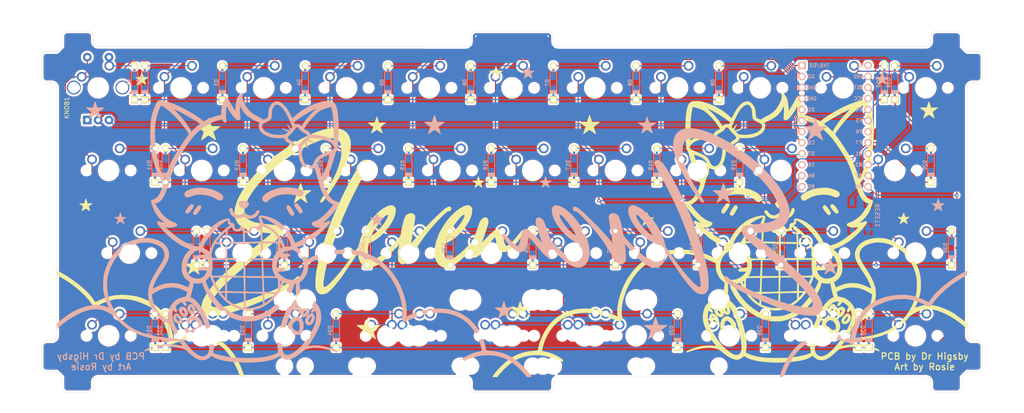
<source format=kicad_pcb>
(kicad_pcb (version 20171130) (host pcbnew "(5.1.9)-1")
  (layers (0 F.Cu signal) (31 B.Cu signal) (34 B.Paste user) (35 F.Paste user) (36 B.SilkS user) (37 F.SilkS user) (38 B.Mask user) (39 F.Mask user) (44 Edge.Cuts user))
  (net 0 "")
  (net 1 "Net-(D2-Pad2)")
  (net 2 "Net-(D3-Pad2)")
  (net 3 "Net-(D4-Pad2)")
  (net 4 "Net-(D5-Pad2)")
  (net 5 "Net-(D6-Pad2)")
  (net 6 "Net-(D7-Pad2)")
  (net 7 "Net-(D8-Pad2)")
  (net 8 "Net-(D9-Pad2)")
  (net 9 "Net-(D10-Pad2)")
  (net 10 "Net-(D11-Pad2)")
  (net 11 "Net-(D12-Pad2)")
  (net 12 "Net-(D13-Pad2)")
  (net 13 "Net-(D14-Pad2)")
  (net 14 "Net-(D15-Pad2)")
  (net 15 "Net-(D16-Pad2)")
  (net 16 "Net-(D17-Pad2)")
  (net 17 "Net-(D18-Pad2)")
  (net 18 "Net-(D19-Pad2)")
  (net 19 "Net-(D20-Pad2)")
  (net 20 "Net-(D21-Pad2)")
  (net 21 "Net-(D22-Pad2)")
  (net 22 "Net-(D23-Pad2)")
  (net 23 "Net-(D24-Pad2)")
  (net 24 "Net-(D25-Pad2)")
  (net 25 "Net-(D26-Pad2)")
  (net 26 "Net-(D27-Pad2)")
  (net 27 "Net-(D28-Pad2)")
  (net 28 "Net-(D29-Pad2)")
  (net 29 "Net-(D30-Pad2)")
  (net 30 "Net-(D31-Pad2)")
  (net 31 "Net-(D32-Pad2)")
  (net 32 "Net-(D33-Pad2)")
  (net 33 "Net-(D34-Pad2)")
  (net 34 "Net-(D35-Pad2)")
  (net 35 "Net-(D36-Pad2)")
  (net 36 "Net-(D37-Pad2)")
  (net 37 "Net-(D38-Pad2)")
  (net 38 "Net-(D39-Pad2)")
  (net 39 "Net-(PM1-Pad16)")
  (net 40 "Net-(PM1-Pad10)")
  (net 41 row1)
  (net 42 row2)
  (net 43 row3)
  (net 44 row4)
  (net 45 PM1)
  (net 46 gnd)
  (net 47 PM2)
  (net 48 M2)
  (net 49 M1)
  (net 50 col2)
  (net 51 col3)
  (net 52 col4)
  (net 53 col5)
  (net 54 col6)
  (net 55 col7)
  (net 56 col8)
  (net 57 col9)
  (net 58 col10)
  (net 59 rst)
  (net 60 raw)
  (net 61 vcc)
  (module MX_Only:MXOnly-1.75U-NoLED (layer F.Cu) (at 221.45718 45.24394)
    (fp_text reference MX20)
    (fp_text value MX-NoLED)
    (pad 2 thru_hole circle (at 2.54 -5.08) (size 2.25 2.25) (drill 1.47) (layers *.Cu B.Mask) (net 19 "Net-(D20-Pad2)"))
    (pad "" np_thru_hole circle (at 0 0) (size 3.9878 3.9878) (drill 3.9878) (layers *.Cu *.Mask))
    (pad 1 thru_hole circle (at -3.81 -2.54) (size 2.25 2.25) (drill 1.47) (layers *.Cu B.Mask) (net 58 col10))
    (pad "" np_thru_hole circle (at 5.08 0 48.0996) (size 1.75 1.75) (drill 1.75) (layers *.Cu *.Mask))
  )
  (module MX_Only:MXOnly-1U-NoLED (layer F.Cu) (at 195.26332 45.24394)
    (fp_text reference MX19)
    (fp_text value MX-NoLED)
    (pad 2 thru_hole circle (at 2.54 -5.08) (size 2.25 2.25) (drill 1.47) (layers *.Cu B.Mask) (net 18 "Net-(D19-Pad2)"))
    (pad "" np_thru_hole circle (at 0 0) (size 3.9878 3.9878) (drill 3.9878) (layers *.Cu *.Mask))
    (pad 1 thru_hole circle (at -3.81 -2.54) (size 2.25 2.25) (drill 1.47) (layers *.Cu B.Mask) (net 57 col9))
    (pad "" np_thru_hole circle (at -5.08 0 48.0996) (size 1.75 1.75) (drill 1.75) (layers *.Cu *.Mask))
  )
  (module random-keyboard-parts:SKQG-1155865 (layer B.Cu) (at 213.48192 55.62346 270)
    (fp_text reference RESET1 (at 0 -4.064 270) (layer B.SilkS) (effects (justify mirror)))
    (fp_text value SW_Push)
    (pad 4 smd rect (at -3.1 -1.85 270) (size 1.8 1.1) (layers B.Cu B.Paste B.Mask))
    (pad 3 smd rect (at 3.1 1.85 270) (size 1.8 1.1) (layers B.Cu B.Paste B.Mask))
    (pad 2 smd rect (at -3.1 1.85 270) (size 1.8 1.1) (layers B.Cu B.Paste B.Mask) (net 59 rst))
    (pad 1 smd rect (at 3.1 -1.85 270) (size 1.8 1.1) (layers B.Cu B.Paste B.Mask) (net 46 gnd))
  )
  (module Rotary_Encoder:RotaryEncoder_Alps_EC11E-Switch_Vertical_H20mm_CircularMountingHoles (layer F.Cu) (at 38.10016 26.19386 90)
    (fp_text reference KNOB1 (at -4.63204 -7.2273 90) (layer F.SilkS))
    (fp_text value Rotary_Encoder_Switch)
    (pad A thru_hole rect (at -7.43204 -2.5273 90) (size 2 2) (drill 1) (layers *.Cu *.Mask) (net 45 PM1))
    (pad C thru_hole circle (at -7.43204 -0.0273 90) (size 2 2) (drill 1) (layers *.Cu *.Mask) (net 46 gnd))
    (pad B thru_hole circle (at -7.43204 2.4727 90) (size 2 2) (drill 1) (layers *.Cu *.Mask) (net 47 PM2))
    (pad MP thru_hole circle (at 0.06796 -5.6273 90) (size 3.2 3.2) (drill 2.6) (layers *.Cu *.Mask))
    (pad MP thru_hole circle (at 0.06796 5.5727 90) (size 3.2 3.2) (drill 2.6) (layers *.Cu *.Mask))
    (pad S2 thru_hole circle (at 7.06796 -2.5273 90) (size 2 2) (drill 1) (layers *.Cu *.Mask) (net 48 M2))
    (pad S1 thru_hole circle (at 7.06796 2.4727 90) (size 2 2) (drill 1) (layers *.Cu *.Mask) (net 49 M1))
  )
  (module keebio-parts:ArduinoProMicro (layer F.Cu) (at 207.71358 35.01644 270)
    (fp_text reference PM1 hide)
    (fp_text value ProMicro hide)
    (fp_text user ST (at -8.91 -5.04) (layer B.SilkS) (effects (font (size 0.8 0.8)) (justify mirror)))
    (fp_text user TX0/D3 (at -13.97 3.571872) (layer B.SilkS) (effects (font (size 0.8 0.8)) (justify mirror)))
    (fp_text user B2 (at 11.43 -5.461) (layer B.SilkS) (effects (font (size 0.8 0.8)) (justify mirror)))
    (fp_text user F7 (at 3.81 -5.461) (layer B.SilkS) (effects (font (size 0.8 0.8)) (justify mirror)))
    (fp_text user F6 (at 1.27 -5.461) (layer B.SilkS) (effects (font (size 0.8 0.8)) (justify mirror)))
    (fp_text user F5 (at -1.27 -5.461) (layer B.SilkS) (effects (font (size 0.8 0.8)) (justify mirror)))
    (fp_text user RAW (at -13.97 -5.461) (layer B.SilkS) (effects (font (size 0.8 0.8)) (justify mirror)))
    (fp_text user GND (at -11.43 -5.461) (layer B.SilkS) (effects (font (size 0.8 0.8)) (justify mirror)))
    (fp_text user VCC (at -6.35 -5.461) (layer B.SilkS) (effects (font (size 0.8 0.8)) (justify mirror)))
    (fp_text user F4 (at -3.81 -5.461) (layer B.SilkS) (effects (font (size 0.8 0.8)) (justify mirror)))
    (fp_text user B1 (at 6.35 -5.461) (layer B.SilkS) (effects (font (size 0.8 0.8)) (justify mirror)))
    (fp_text user B3 (at 8.89 -5.461) (layer B.SilkS) (effects (font (size 0.8 0.8)) (justify mirror)))
    (fp_text user B6 (at 13.97 -5.461) (layer B.SilkS) (effects (font (size 0.8 0.8)) (justify mirror)))
    (fp_text user B5 (at 13.97 5.461) (layer B.SilkS) (effects (font (size 0.8 0.8)) (justify mirror)))
    (fp_text user B4 (at 11.43 5.461) (layer B.SilkS) (effects (font (size 0.8 0.8)) (justify mirror)))
    (fp_text user E6 (at 8.89 5.461) (layer B.SilkS) (effects (font (size 0.8 0.8)) (justify mirror)))
    (fp_text user D7 (at 6.35 5.461) (layer B.SilkS) (effects (font (size 0.8 0.8)) (justify mirror)))
    (fp_text user C6 (at 3.81 5.461) (layer B.SilkS) (effects (font (size 0.8 0.8)) (justify mirror)))
    (fp_text user D4 (at 1.27 5.461) (layer B.SilkS) (effects (font (size 0.8 0.8)) (justify mirror)))
    (fp_text user GND (at -8.89 5.461) (layer B.SilkS) (effects (font (size 0.8 0.8)) (justify mirror)))
    (fp_text user GND (at -6.35 5.461) (layer B.SilkS) (effects (font (size 0.8 0.8)) (justify mirror)))
    (fp_text user D1 (at -3.81 5.461) (layer B.SilkS) (effects (font (size 0.8 0.8)) (justify mirror)))
    (fp_text user D0 (at -1.27 5.461) (layer B.SilkS) (effects (font (size 0.8 0.8)) (justify mirror)))
    (fp_text user D2 (at -11.43 5.461) (layer B.SilkS) (effects (font (size 0.8 0.8)) (justify mirror)))
    (pad 24 thru_hole circle (at -13.97 -7.62 270) (size 1.7526 1.7526) (drill 1.0922) (layers *.Cu *.SilkS *.Mask) (net 60 raw))
    (pad 12 thru_hole circle (at 13.97 7.62 270) (size 1.7526 1.7526) (drill 1.0922) (layers *.Cu *.SilkS *.Mask) (net 56 col8))
    (pad 23 thru_hole circle (at -11.43 -7.62 270) (size 1.7526 1.7526) (drill 1.0922) (layers *.Cu *.SilkS *.Mask) (net 46 gnd))
    (pad 22 thru_hole circle (at -8.89 -7.62 270) (size 1.7526 1.7526) (drill 1.0922) (layers *.Cu *.SilkS *.Mask) (net 59 rst))
    (pad 21 thru_hole circle (at -6.35 -7.62 270) (size 1.7526 1.7526) (drill 1.0922) (layers *.Cu *.SilkS *.Mask) (net 61 vcc))
    (pad 20 thru_hole circle (at -3.81 -7.62 270) (size 1.7526 1.7526) (drill 1.0922) (layers *.Cu *.SilkS *.Mask) (net 45 PM1))
    (pad 19 thru_hole circle (at -1.27 -7.62 270) (size 1.7526 1.7526) (drill 1.0922) (layers *.Cu *.SilkS *.Mask) (net 47 PM2))
    (pad 18 thru_hole circle (at 1.27 -7.62 270) (size 1.7526 1.7526) (drill 1.0922) (layers *.Cu *.SilkS *.Mask) (net 41 row1))
    (pad 17 thru_hole circle (at 3.81 -7.62 270) (size 1.7526 1.7526) (drill 1.0922) (layers *.Cu *.SilkS *.Mask) (net 42 row2))
    (pad 16 thru_hole circle (at 6.35 -7.62 270) (size 1.7526 1.7526) (drill 1.0922) (layers *.Cu *.SilkS *.Mask) (net 39 "Net-(PM1-Pad16)"))
    (pad 15 thru_hole circle (at 8.89 -7.62 270) (size 1.7526 1.7526) (drill 1.0922) (layers *.Cu *.SilkS *.Mask) (net 58 col10))
    (pad 14 thru_hole circle (at 11.43 -7.62 270) (size 1.7526 1.7526) (drill 1.0922) (layers *.Cu *.SilkS *.Mask) (net 43 row3))
    (pad 13 thru_hole circle (at 13.97 -7.62 270) (size 1.7526 1.7526) (drill 1.0922) (layers *.Cu *.SilkS *.Mask) (net 44 row4))
    (pad 11 thru_hole circle (at 11.43 7.62 270) (size 1.7526 1.7526) (drill 1.0922) (layers *.Cu *.SilkS *.Mask) (net 55 col7))
    (pad 10 thru_hole circle (at 8.89 7.62 270) (size 1.7526 1.7526) (drill 1.0922) (layers *.Cu *.SilkS *.Mask) (net 40 "Net-(PM1-Pad10)"))
    (pad 9 thru_hole circle (at 6.35 7.62 270) (size 1.7526 1.7526) (drill 1.0922) (layers *.Cu *.SilkS *.Mask) (net 57 col9))
    (pad 8 thru_hole circle (at 3.81 7.62 270) (size 1.7526 1.7526) (drill 1.0922) (layers *.Cu *.SilkS *.Mask) (net 54 col6))
    (pad 7 thru_hole circle (at 1.27 7.62 270) (size 1.7526 1.7526) (drill 1.0922) (layers *.Cu *.SilkS *.Mask) (net 53 col5))
    (pad 6 thru_hole circle (at -1.27 7.62 270) (size 1.7526 1.7526) (drill 1.0922) (layers *.Cu *.SilkS *.Mask) (net 52 col4))
    (pad 5 thru_hole circle (at -3.81 7.62 270) (size 1.7526 1.7526) (drill 1.0922) (layers *.Cu *.SilkS *.Mask) (net 51 col3))
    (pad 4 thru_hole circle (at -6.35 7.62 270) (size 1.7526 1.7526) (drill 1.0922) (layers *.Cu *.SilkS *.Mask) (net 46 gnd))
    (pad 3 thru_hole circle (at -8.89 7.62 270) (size 1.7526 1.7526) (drill 1.0922) (layers *.Cu *.SilkS *.Mask) (net 46 gnd))
    (pad 2 thru_hole circle (at -11.43 7.62 270) (size 1.7526 1.7526) (drill 1.0922) (layers *.Cu *.SilkS *.Mask) (net 50 col2))
    (pad 1 thru_hole rect (at -13.97 7.62 270) (size 1.7526 1.7526) (drill 1.0922) (layers *.Cu *.SilkS *.Mask) (net 48 M2))
  )
  (module "Eleven:rosie eleven artwork v2" (layer B.Cu) (at 133.35056 54.76898 180)
    (fp_text reference G*** hide)
    (fp_text value LOGO hide)
  )
  (module "Eleven:rosie eleven artwork v2" (layer F.Cu) (at 133.35056 54.76898)
    (fp_text reference G*** hide)
    (fp_text value LOGO hide)
  )
  (module MX_Only:MXOnly-1.25U-NoLED (layer F.Cu) (at 226.2197 83.3441)
    (fp_text reference MX38)
    (fp_text value MX-NoLED)
    (pad 2 thru_hole circle (at 2.54 -5.08) (size 2.25 2.25) (drill 1.47) (layers *.Cu B.Mask) (net 37 "Net-(D38-Pad2)"))
    (pad "" np_thru_hole circle (at 0 0) (size 3.9878 3.9878) (drill 3.9878) (layers *.Cu *.Mask))
    (pad 1 thru_hole circle (at -3.81 -2.54) (size 2.25 2.25) (drill 1.47) (layers *.Cu B.Mask) (net 57 col9))
    (pad "" np_thru_hole circle (at -5.08 0 48.0996) (size 1.75 1.75) (drill 1.75) (layers *.Cu *.Mask))
    (pad "" np_thru_hole circle (at 5.08 0 48.0996) (size 1.75 1.75) (drill 1.75) (layers *.Cu *.Mask))
  )
  (module MX_Only:MXOnly-1U-NoLED (layer F.Cu) (at 209.55088 26.19386)
    (fp_text reference MX10)
    (fp_text value MX-NoLED)
    (pad 2 thru_hole circle (at 2.54 -5.08) (size 2.25 2.25) (drill 1.47) (layers *.Cu B.Mask) (net 9 "Net-(D10-Pad2)"))
    (pad "" np_thru_hole circle (at 0 0) (size 3.9878 3.9878) (drill 3.9878) (layers *.Cu *.Mask))
    (pad 1 thru_hole circle (at -3.81 -2.54) (size 2.25 2.25) (drill 1.47) (layers *.Cu B.Mask) (net 58 col10))
    (pad "" np_thru_hole circle (at -5.08 0 48.0996) (size 1.75 1.75) (drill 1.75) (layers *.Cu *.Mask))
  )
  (module MX_Only:MXOnly-3U-ReversedStabilizers-NoLED (layer F.Cu) (at 161.92568 83.3441)
    (fp_text reference MX35-3u1)
    (fp_text value MX-NoLED)
    (pad 2 thru_hole circle (at 2.54 -5.08) (size 2.25 2.25) (drill 1.47) (layers *.Cu B.Mask) (net 34 "Net-(D35-Pad2)"))
    (pad 1 thru_hole circle (at -3.81 -2.54 48.1) (size 2.25 2.25) (drill 1.47) (layers *.Cu B.Mask) (net 54 col6))
    (pad "" np_thru_hole circle (at 0 0) (size 3.9878 3.9878) (drill 3.9878) (layers *.Cu *.Mask))
    (pad "" np_thru_hole circle (at -5.08 0 48.0996) (size 1.75 1.75) (drill 1.75) (layers *.Cu *.Mask))
    (pad "" np_thru_hole circle (at 5.08 0 48.0996) (size 1.75 1.75) (drill 1.75) (layers *.Cu *.Mask))
    (pad "" np_thru_hole circle (at -19.05 6.985) (size 3.048 3.048) (drill 3.048) (layers *.Cu *.Mask))
    (pad "" np_thru_hole circle (at 19.05 6.985) (size 3.048 3.048) (drill 3.048) (layers *.Cu *.Mask))
    (pad "" np_thru_hole circle (at -19.05 -8.255) (size 3.9878 3.9878) (drill 3.9878) (layers *.Cu *.Mask))
    (pad "" np_thru_hole circle (at 19.05 -8.255) (size 3.9878 3.9878) (drill 3.9878) (layers *.Cu *.Mask))
  )
  (module MX_Only:MXOnly-3U-ReversedStabilizers-NoLED (layer F.Cu) (at 104.77544 83.3441)
    (fp_text reference MX34-3u1)
    (fp_text value MX-NoLED)
    (pad 2 thru_hole circle (at 2.54 -5.08) (size 2.25 2.25) (drill 1.47) (layers *.Cu B.Mask) (net 33 "Net-(D34-Pad2)"))
    (pad 1 thru_hole circle (at -3.81 -2.54 48.1) (size 2.25 2.25) (drill 1.47) (layers *.Cu B.Mask) (net 52 col4))
    (pad "" np_thru_hole circle (at 0 0) (size 3.9878 3.9878) (drill 3.9878) (layers *.Cu *.Mask))
    (pad "" np_thru_hole circle (at -5.08 0 48.0996) (size 1.75 1.75) (drill 1.75) (layers *.Cu *.Mask))
    (pad "" np_thru_hole circle (at 5.08 0 48.0996) (size 1.75 1.75) (drill 1.75) (layers *.Cu *.Mask))
    (pad "" np_thru_hole circle (at -19.05 6.985) (size 3.048 3.048) (drill 3.048) (layers *.Cu *.Mask))
    (pad "" np_thru_hole circle (at 19.05 6.985) (size 3.048 3.048) (drill 3.048) (layers *.Cu *.Mask))
    (pad "" np_thru_hole circle (at -19.05 -8.255) (size 3.9878 3.9878) (drill 3.9878) (layers *.Cu *.Mask))
    (pad "" np_thru_hole circle (at 19.05 -8.255) (size 3.9878 3.9878) (drill 3.9878) (layers *.Cu *.Mask))
  )
  (module MX_Only:MXOnly-6U-Centered-ReversedStabilizers-NoLED (layer F.Cu) (at 133.35056 83.3441)
    (fp_text reference MX35-6u1)
    (fp_text value MX-NoLED)
    (pad "" np_thru_hole circle (at 47.625 -8.255) (size 3.9878 3.9878) (drill 3.9878) (layers *.Cu *.Mask))
    (pad "" np_thru_hole circle (at -47.625 -8.255) (size 3.9878 3.9878) (drill 3.9878) (layers *.Cu *.Mask))
    (pad "" np_thru_hole circle (at 47.625 6.985) (size 3.048 3.048) (drill 3.048) (layers *.Cu *.Mask))
    (pad "" np_thru_hole circle (at -47.625 6.985) (size 3.048 3.048) (drill 3.048) (layers *.Cu *.Mask))
    (pad "" np_thru_hole circle (at 5.08 0 48.0996) (size 1.75 1.75) (drill 1.75) (layers *.Cu *.Mask))
    (pad "" np_thru_hole circle (at -5.08 0 48.0996) (size 1.75 1.75) (drill 1.75) (layers *.Cu *.Mask))
    (pad 1 thru_hole circle (at -3.81 -2.54) (size 2.25 2.25) (drill 1.47) (layers *.Cu B.Mask) (net 54 col6))
    (pad "" np_thru_hole circle (at 0 0) (size 3.9878 3.9878) (drill 3.9878) (layers *.Cu *.Mask))
    (pad 2 thru_hole circle (at 2.54 -5.08) (size 2.25 2.25) (drill 1.47) (layers *.Cu B.Mask) (net 34 "Net-(D35-Pad2)"))
  )
  (module MX_Only:MXOnly-6.25U-ReversedStabilizers-NoLED (layer F.Cu) (at 130.9693 83.3441)
    (fp_text reference MX35-6.25u1)
    (fp_text value MX-NoLED)
    (pad 2 thru_hole circle (at 2.54 -5.08) (size 2.25 2.25) (drill 1.47) (layers *.Cu B.Mask) (net 34 "Net-(D35-Pad2)"))
    (pad "" np_thru_hole circle (at 0 0) (size 3.9878 3.9878) (drill 3.9878) (layers *.Cu *.Mask))
    (pad 1 thru_hole circle (at -3.81 -2.54) (size 2.25 2.25) (drill 1.47) (layers *.Cu B.Mask) (net 54 col6))
    (pad "" np_thru_hole circle (at -5.08 0 48.0996) (size 1.75 1.75) (drill 1.75) (layers *.Cu *.Mask))
    (pad "" np_thru_hole circle (at 5.08 0 48.0996) (size 1.75 1.75) (drill 1.75) (layers *.Cu *.Mask))
    (pad "" np_thru_hole circle (at -49.9999 6.985) (size 3.048 3.048) (drill 3.048) (layers *.Cu *.Mask))
    (pad "" np_thru_hole circle (at 49.9999 6.985) (size 3.048 3.048) (drill 3.048) (layers *.Cu *.Mask))
    (pad "" np_thru_hole circle (at -49.9999 -8.255) (size 3.9878 3.9878) (drill 3.9878) (layers *.Cu *.Mask))
    (pad "" np_thru_hole circle (at 49.9999 -8.255) (size 3.9878 3.9878) (drill 3.9878) (layers *.Cu *.Mask))
  )
  (module MX_Only:MXOnly-1.25U-NoLED (layer F.Cu) (at 202.4071 83.3441)
    (fp_text reference MX37-1.25u1)
    (fp_text value MX-NoLED)
    (pad 2 thru_hole circle (at 2.54 -5.08) (size 2.25 2.25) (drill 1.47) (layers *.Cu B.Mask) (net 36 "Net-(D37-Pad2)"))
    (pad "" np_thru_hole circle (at 0 0) (size 3.9878 3.9878) (drill 3.9878) (layers *.Cu *.Mask))
    (pad 1 thru_hole circle (at -3.81 -2.54) (size 2.25 2.25) (drill 1.47) (layers *.Cu B.Mask) (net 56 col8))
    (pad "" np_thru_hole circle (at -5.08 0 48.0996) (size 1.75 1.75) (drill 1.75) (layers *.Cu *.Mask))
    (pad "" np_thru_hole circle (at 5.08 0 48.0996) (size 1.75 1.75) (drill 1.75) (layers *.Cu *.Mask))
  )
  (module MX_Only:MXOnly-1.25U-NoLED (layer F.Cu) (at 64.29402 83.3441)
    (fp_text reference MX32-1.25u1)
    (fp_text value MX-NoLED)
    (pad 2 thru_hole circle (at 2.54 -5.08) (size 2.25 2.25) (drill 1.47) (layers *.Cu B.Mask) (net 31 "Net-(D32-Pad2)"))
    (pad "" np_thru_hole circle (at 0 0) (size 3.9878 3.9878) (drill 3.9878) (layers *.Cu *.Mask))
    (pad 1 thru_hole circle (at -3.81 -2.54) (size 2.25 2.25) (drill 1.47) (layers *.Cu B.Mask) (net 50 col2))
    (pad "" np_thru_hole circle (at -5.08 0 48.0996) (size 1.75 1.75) (drill 1.75) (layers *.Cu *.Mask))
    (pad "" np_thru_hole circle (at 5.08 0 48.0996) (size 1.75 1.75) (drill 1.75) (layers *.Cu *.Mask))
  )
  (module MX_Only:MXOnly-2U-ReversedStabilizers-NoLED (layer F.Cu) (at 152.40064 83.3441)
    (fp_text reference MX35-2u1)
    (fp_text value MX-NoLED)
    (pad 2 thru_hole circle (at 2.54 -5.08) (size 2.25 2.25) (drill 1.47) (layers *.Cu B.Mask) (net 34 "Net-(D35-Pad2)"))
    (pad "" np_thru_hole circle (at 0 0) (size 3.9878 3.9878) (drill 3.9878) (layers *.Cu *.Mask))
    (pad 1 thru_hole circle (at -3.81 -2.54) (size 2.25 2.25) (drill 1.47) (layers *.Cu B.Mask) (net 54 col6))
    (pad "" np_thru_hole circle (at -5.08 0 48.0996) (size 1.75 1.75) (drill 1.75) (layers *.Cu *.Mask))
    (pad "" np_thru_hole circle (at 5.08 0 48.0996) (size 1.75 1.75) (drill 1.75) (layers *.Cu *.Mask))
    (pad "" np_thru_hole circle (at -11.90625 6.985) (size 3.048 3.048) (drill 3.048) (layers *.Cu *.Mask))
    (pad "" np_thru_hole circle (at 11.90625 6.985) (size 3.048 3.048) (drill 3.048) (layers *.Cu *.Mask))
    (pad "" np_thru_hole circle (at -11.90625 -8.255) (size 3.9878 3.9878) (drill 3.9878) (layers *.Cu *.Mask))
    (pad "" np_thru_hole circle (at 11.90625 -8.255) (size 3.9878 3.9878) (drill 3.9878) (layers *.Cu *.Mask))
  )
  (module MX_Only:MXOnly-2.25U-ReversedStabilizers-NoLED (layer F.Cu) (at 111.91922 83.3441)
    (fp_text reference MX34-2.25u1)
    (fp_text value MX-NoLED)
    (pad 2 thru_hole circle (at 2.54 -5.08) (size 2.25 2.25) (drill 1.47) (layers *.Cu B.Mask) (net 33 "Net-(D34-Pad2)"))
    (pad "" np_thru_hole circle (at 0 0) (size 3.9878 3.9878) (drill 3.9878) (layers *.Cu *.Mask))
    (pad 1 thru_hole circle (at -3.81 -2.54) (size 2.25 2.25) (drill 1.47) (layers *.Cu B.Mask) (net 52 col4))
    (pad "" np_thru_hole circle (at -5.08 0 48.0996) (size 1.75 1.75) (drill 1.75) (layers *.Cu *.Mask))
    (pad "" np_thru_hole circle (at 5.08 0 48.0996) (size 1.75 1.75) (drill 1.75) (layers *.Cu *.Mask))
    (pad "" np_thru_hole circle (at -11.90625 6.985) (size 3.048 3.048) (drill 3.048) (layers *.Cu *.Mask))
    (pad "" np_thru_hole circle (at 11.90625 6.985) (size 3.048 3.048) (drill 3.048) (layers *.Cu *.Mask))
    (pad "" np_thru_hole circle (at -11.90625 -8.255) (size 3.9878 3.9878) (drill 3.9878) (layers *.Cu *.Mask))
    (pad "" np_thru_hole circle (at 11.90625 -8.255) (size 3.9878 3.9878) (drill 3.9878) (layers *.Cu *.Mask))
  )
  (module MX_Only:MXOnly-1U-NoLED (layer F.Cu) (at 228.60096 26.19386)
    (fp_text reference MX39)
    (fp_text value MX-NoLED)
    (pad 2 thru_hole circle (at 2.54 -5.08) (size 2.25 2.25) (drill 1.47) (layers *.Cu B.Mask) (net 38 "Net-(D39-Pad2)"))
    (pad "" np_thru_hole circle (at 0 0) (size 3.9878 3.9878) (drill 3.9878) (layers *.Cu *.Mask))
    (pad 1 thru_hole circle (at -3.81 -2.54) (size 2.25 2.25) (drill 1.47) (layers *.Cu B.Mask) (net 58 col10))
    (pad "" np_thru_hole circle (at -5.08 0 48.0996) (size 1.75 1.75) (drill 1.75) (layers *.Cu *.Mask))
    (pad "" np_thru_hole circle (at 5.08 0 48.0996) (size 1.75 1.75) (drill 1.75) (layers *.Cu *.Mask))
  )
  (module MX_Only:MXOnly-1U-NoLED (layer F.Cu) (at 204.78836 83.3441)
    (fp_text reference MX37)
    (fp_text value MX-NoLED)
    (pad 2 thru_hole circle (at 2.54 -5.08) (size 2.25 2.25) (drill 1.47) (layers *.Cu B.Mask) (net 36 "Net-(D37-Pad2)"))
    (pad "" np_thru_hole circle (at 0 0) (size 3.9878 3.9878) (drill 3.9878) (layers *.Cu *.Mask))
    (pad 1 thru_hole circle (at -3.81 -2.54) (size 2.25 2.25) (drill 1.47) (layers *.Cu B.Mask) (net 56 col8))
    (pad "" np_thru_hole circle (at -5.08 0 48.0996) (size 1.75 1.75) (drill 1.75) (layers *.Cu *.Mask))
    (pad "" np_thru_hole circle (at 5.08 0 48.0996) (size 1.75 1.75) (drill 1.75) (layers *.Cu *.Mask))
  )
  (module MX_Only:MXOnly-1.25U-NoLED (layer F.Cu) (at 183.35702 83.3441)
    (fp_text reference MX36)
    (fp_text value MX-NoLED)
    (pad 2 thru_hole circle (at 2.54 -5.08) (size 2.25 2.25) (drill 1.47) (layers *.Cu B.Mask) (net 35 "Net-(D36-Pad2)"))
    (pad "" np_thru_hole circle (at 0 0) (size 3.9878 3.9878) (drill 3.9878) (layers *.Cu *.Mask))
    (pad 1 thru_hole circle (at -3.81 -2.54) (size 2.25 2.25) (drill 1.47) (layers *.Cu B.Mask) (net 55 col7))
    (pad "" np_thru_hole circle (at -5.08 0 48.0996) (size 1.75 1.75) (drill 1.75) (layers *.Cu *.Mask))
    (pad "" np_thru_hole circle (at 5.08 0 48.0996) (size 1.75 1.75) (drill 1.75) (layers *.Cu *.Mask))
  )
  (module MX_Only:MXOnly-2.25U-ReversedStabilizers-NoLED (layer F.Cu) (at 150.01938 83.3441)
    (fp_text reference MX35)
    (fp_text value MX-NoLED)
    (pad 2 thru_hole circle (at 2.54 -5.08) (size 2.25 2.25) (drill 1.47) (layers *.Cu B.Mask) (net 34 "Net-(D35-Pad2)"))
    (pad "" np_thru_hole circle (at 0 0) (size 3.9878 3.9878) (drill 3.9878) (layers *.Cu *.Mask))
    (pad 1 thru_hole circle (at -3.81 -2.54) (size 2.25 2.25) (drill 1.47) (layers *.Cu B.Mask) (net 54 col6))
    (pad "" np_thru_hole circle (at -5.08 0 48.0996) (size 1.75 1.75) (drill 1.75) (layers *.Cu *.Mask))
    (pad "" np_thru_hole circle (at 5.08 0 48.0996) (size 1.75 1.75) (drill 1.75) (layers *.Cu *.Mask))
    (pad "" np_thru_hole circle (at -11.90625 6.985) (size 3.048 3.048) (drill 3.048) (layers *.Cu *.Mask))
    (pad "" np_thru_hole circle (at 11.90625 6.985) (size 3.048 3.048) (drill 3.048) (layers *.Cu *.Mask))
    (pad "" np_thru_hole circle (at -11.90625 -8.255) (size 3.9878 3.9878) (drill 3.9878) (layers *.Cu *.Mask))
    (pad "" np_thru_hole circle (at 11.90625 -8.255) (size 3.9878 3.9878) (drill 3.9878) (layers *.Cu *.Mask))
  )
  (module MX_Only:MXOnly-2U-ReversedStabilizers-NoLED (layer F.Cu) (at 109.53796 83.3441)
    (fp_text reference MX34)
    (fp_text value MX-NoLED)
    (pad 2 thru_hole circle (at 2.54 -5.08) (size 2.25 2.25) (drill 1.47) (layers *.Cu B.Mask) (net 33 "Net-(D34-Pad2)"))
    (pad "" np_thru_hole circle (at 0 0) (size 3.9878 3.9878) (drill 3.9878) (layers *.Cu *.Mask))
    (pad 1 thru_hole circle (at -3.81 -2.54) (size 2.25 2.25) (drill 1.47) (layers *.Cu B.Mask) (net 52 col4))
    (pad "" np_thru_hole circle (at -5.08 0 48.0996) (size 1.75 1.75) (drill 1.75) (layers *.Cu *.Mask))
    (pad "" np_thru_hole circle (at 5.08 0 48.0996) (size 1.75 1.75) (drill 1.75) (layers *.Cu *.Mask))
    (pad "" np_thru_hole circle (at -11.90625 6.985) (size 3.048 3.048) (drill 3.048) (layers *.Cu *.Mask))
    (pad "" np_thru_hole circle (at 11.90625 6.985) (size 3.048 3.048) (drill 3.048) (layers *.Cu *.Mask))
    (pad "" np_thru_hole circle (at -11.90625 -8.255) (size 3.9878 3.9878) (drill 3.9878) (layers *.Cu *.Mask))
    (pad "" np_thru_hole circle (at 11.90625 -8.255) (size 3.9878 3.9878) (drill 3.9878) (layers *.Cu *.Mask))
  )
  (module MX_Only:MXOnly-1U-NoLED (layer F.Cu) (at 80.96284 83.3441)
    (fp_text reference MX33)
    (fp_text value MX-NoLED)
    (pad 2 thru_hole circle (at 2.54 -5.08) (size 2.25 2.25) (drill 1.47) (layers *.Cu B.Mask) (net 32 "Net-(D33-Pad2)"))
    (pad "" np_thru_hole circle (at 0 0) (size 3.9878 3.9878) (drill 3.9878) (layers *.Cu *.Mask))
    (pad 1 thru_hole circle (at -3.81 -2.54) (size 2.25 2.25) (drill 1.47) (layers *.Cu B.Mask) (net 51 col3))
    (pad "" np_thru_hole circle (at -5.08 0 48.0996) (size 1.75 1.75) (drill 1.75) (layers *.Cu *.Mask))
    (pad "" np_thru_hole circle (at 5.08 0 48.0996) (size 1.75 1.75) (drill 1.75) (layers *.Cu *.Mask))
  )
  (module MX_Only:MXOnly-1U-NoLED (layer F.Cu) (at 61.91276 83.3441)
    (fp_text reference MX32)
    (fp_text value MX-NoLED)
    (pad 2 thru_hole circle (at 2.54 -5.08) (size 2.25 2.25) (drill 1.47) (layers *.Cu B.Mask) (net 31 "Net-(D32-Pad2)"))
    (pad "" np_thru_hole circle (at 0 0) (size 3.9878 3.9878) (drill 3.9878) (layers *.Cu *.Mask))
    (pad 1 thru_hole circle (at -3.81 -2.54) (size 2.25 2.25) (drill 1.47) (layers *.Cu B.Mask) (net 50 col2))
    (pad "" np_thru_hole circle (at -5.08 0 48.0996) (size 1.75 1.75) (drill 1.75) (layers *.Cu *.Mask))
    (pad "" np_thru_hole circle (at 5.08 0 48.0996) (size 1.75 1.75) (drill 1.75) (layers *.Cu *.Mask))
  )
  (module MX_Only:MXOnly-1.25U-NoLED (layer F.Cu) (at 40.48142 83.3441)
    (fp_text reference MX31)
    (fp_text value MX-NoLED)
    (pad 2 thru_hole circle (at 2.54 -5.08) (size 2.25 2.25) (drill 1.47) (layers *.Cu B.Mask) (net 30 "Net-(D31-Pad2)"))
    (pad "" np_thru_hole circle (at 0 0) (size 3.9878 3.9878) (drill 3.9878) (layers *.Cu *.Mask))
    (pad 1 thru_hole circle (at -3.81 -2.54) (size 2.25 2.25) (drill 1.47) (layers *.Cu B.Mask) (net 48 M2))
    (pad "" np_thru_hole circle (at -5.08 0 48.0996) (size 1.75 1.75) (drill 1.75) (layers *.Cu *.Mask))
    (pad "" np_thru_hole circle (at 5.08 0 48.0996) (size 1.75 1.75) (drill 1.75) (layers *.Cu *.Mask))
  )
  (module MX_Only:MXOnly-1.25U-NoLED (layer F.Cu) (at 226.2197 64.29402)
    (fp_text reference MX30)
    (fp_text value MX-NoLED)
    (pad 2 thru_hole circle (at 2.54 -5.08) (size 2.25 2.25) (drill 1.47) (layers *.Cu B.Mask) (net 29 "Net-(D30-Pad2)"))
    (pad "" np_thru_hole circle (at 0 0) (size 3.9878 3.9878) (drill 3.9878) (layers *.Cu *.Mask))
    (pad 1 thru_hole circle (at -3.81 -2.54) (size 2.25 2.25) (drill 1.47) (layers *.Cu B.Mask) (net 58 col10))
    (pad "" np_thru_hole circle (at -5.08 0 48.0996) (size 1.75 1.75) (drill 1.75) (layers *.Cu *.Mask))
    (pad "" np_thru_hole circle (at 5.08 0 48.0996) (size 1.75 1.75) (drill 1.75) (layers *.Cu *.Mask))
  )
  (module MX_Only:MXOnly-1U-NoLED (layer F.Cu) (at 204.78836 64.29402)
    (fp_text reference MX29)
    (fp_text value MX-NoLED)
    (pad 2 thru_hole circle (at 2.54 -5.08) (size 2.25 2.25) (drill 1.47) (layers *.Cu B.Mask) (net 28 "Net-(D29-Pad2)"))
    (pad "" np_thru_hole circle (at 0 0) (size 3.9878 3.9878) (drill 3.9878) (layers *.Cu *.Mask))
    (pad 1 thru_hole circle (at -3.81 -2.54) (size 2.25 2.25) (drill 1.47) (layers *.Cu B.Mask) (net 57 col9))
    (pad "" np_thru_hole circle (at -5.08 0 48.0996) (size 1.75 1.75) (drill 1.75) (layers *.Cu *.Mask))
    (pad "" np_thru_hole circle (at 5.08 0 48.0996) (size 1.75 1.75) (drill 1.75) (layers *.Cu *.Mask))
  )
  (module MX_Only:MXOnly-1U-NoLED (layer F.Cu) (at 185.73828 64.29402)
    (fp_text reference MX28)
    (fp_text value MX-NoLED)
    (pad 2 thru_hole circle (at 2.54 -5.08) (size 2.25 2.25) (drill 1.47) (layers *.Cu B.Mask) (net 27 "Net-(D28-Pad2)"))
    (pad "" np_thru_hole circle (at 0 0) (size 3.9878 3.9878) (drill 3.9878) (layers *.Cu *.Mask))
    (pad 1 thru_hole circle (at -3.81 -2.54) (size 2.25 2.25) (drill 1.47) (layers *.Cu B.Mask) (net 56 col8))
    (pad "" np_thru_hole circle (at -5.08 0 48.0996) (size 1.75 1.75) (drill 1.75) (layers *.Cu *.Mask))
    (pad "" np_thru_hole circle (at 5.08 0 48.0996) (size 1.75 1.75) (drill 1.75) (layers *.Cu *.Mask))
  )
  (module MX_Only:MXOnly-1U-NoLED (layer F.Cu) (at 166.6882 64.29402)
    (fp_text reference MX27)
    (fp_text value MX-NoLED)
    (pad 2 thru_hole circle (at 2.54 -5.08) (size 2.25 2.25) (drill 1.47) (layers *.Cu B.Mask) (net 26 "Net-(D27-Pad2)"))
    (pad "" np_thru_hole circle (at 0 0) (size 3.9878 3.9878) (drill 3.9878) (layers *.Cu *.Mask))
    (pad 1 thru_hole circle (at -3.81 -2.54) (size 2.25 2.25) (drill 1.47) (layers *.Cu B.Mask) (net 55 col7))
    (pad "" np_thru_hole circle (at -5.08 0 48.0996) (size 1.75 1.75) (drill 1.75) (layers *.Cu *.Mask))
    (pad "" np_thru_hole circle (at 5.08 0 48.0996) (size 1.75 1.75) (drill 1.75) (layers *.Cu *.Mask))
  )
  (module MX_Only:MXOnly-1U-NoLED (layer F.Cu) (at 147.63812 64.29402)
    (fp_text reference MX26)
    (fp_text value MX-NoLED)
    (pad 2 thru_hole circle (at 2.54 -5.08) (size 2.25 2.25) (drill 1.47) (layers *.Cu B.Mask) (net 25 "Net-(D26-Pad2)"))
    (pad "" np_thru_hole circle (at 0 0) (size 3.9878 3.9878) (drill 3.9878) (layers *.Cu *.Mask))
    (pad 1 thru_hole circle (at -3.81 -2.54) (size 2.25 2.25) (drill 1.47) (layers *.Cu B.Mask) (net 54 col6))
    (pad "" np_thru_hole circle (at -5.08 0 48.0996) (size 1.75 1.75) (drill 1.75) (layers *.Cu *.Mask))
    (pad "" np_thru_hole circle (at 5.08 0 48.0996) (size 1.75 1.75) (drill 1.75) (layers *.Cu *.Mask))
  )
  (module MX_Only:MXOnly-1U-NoLED (layer F.Cu) (at 128.58804 64.29402)
    (fp_text reference MX25)
    (fp_text value MX-NoLED)
    (pad 2 thru_hole circle (at 2.54 -5.08) (size 2.25 2.25) (drill 1.47) (layers *.Cu B.Mask) (net 24 "Net-(D25-Pad2)"))
    (pad "" np_thru_hole circle (at 0 0) (size 3.9878 3.9878) (drill 3.9878) (layers *.Cu *.Mask))
    (pad 1 thru_hole circle (at -3.81 -2.54) (size 2.25 2.25) (drill 1.47) (layers *.Cu B.Mask) (net 53 col5))
    (pad "" np_thru_hole circle (at -5.08 0 48.0996) (size 1.75 1.75) (drill 1.75) (layers *.Cu *.Mask))
    (pad "" np_thru_hole circle (at 5.08 0 48.0996) (size 1.75 1.75) (drill 1.75) (layers *.Cu *.Mask))
  )
  (module MX_Only:MXOnly-1U-NoLED (layer F.Cu) (at 109.53796 64.29402)
    (fp_text reference MX24)
    (fp_text value MX-NoLED)
    (pad 2 thru_hole circle (at 2.54 -5.08) (size 2.25 2.25) (drill 1.47) (layers *.Cu B.Mask) (net 23 "Net-(D24-Pad2)"))
    (pad "" np_thru_hole circle (at 0 0) (size 3.9878 3.9878) (drill 3.9878) (layers *.Cu *.Mask))
    (pad 1 thru_hole circle (at -3.81 -2.54) (size 2.25 2.25) (drill 1.47) (layers *.Cu B.Mask) (net 52 col4))
    (pad "" np_thru_hole circle (at -5.08 0 48.0996) (size 1.75 1.75) (drill 1.75) (layers *.Cu *.Mask))
    (pad "" np_thru_hole circle (at 5.08 0 48.0996) (size 1.75 1.75) (drill 1.75) (layers *.Cu *.Mask))
  )
  (module MX_Only:MXOnly-1U-NoLED (layer F.Cu) (at 90.48788 64.29402)
    (fp_text reference MX23)
    (fp_text value MX-NoLED)
    (pad 2 thru_hole circle (at 2.54 -5.08) (size 2.25 2.25) (drill 1.47) (layers *.Cu B.Mask) (net 22 "Net-(D23-Pad2)"))
    (pad "" np_thru_hole circle (at 0 0) (size 3.9878 3.9878) (drill 3.9878) (layers *.Cu *.Mask))
    (pad 1 thru_hole circle (at -3.81 -2.54) (size 2.25 2.25) (drill 1.47) (layers *.Cu B.Mask) (net 51 col3))
    (pad "" np_thru_hole circle (at -5.08 0 48.0996) (size 1.75 1.75) (drill 1.75) (layers *.Cu *.Mask))
    (pad "" np_thru_hole circle (at 5.08 0 48.0996) (size 1.75 1.75) (drill 1.75) (layers *.Cu *.Mask))
  )
  (module MX_Only:MXOnly-1U-NoLED (layer F.Cu) (at 71.4378 64.29402)
    (fp_text reference MX22)
    (fp_text value MX-NoLED)
    (pad 2 thru_hole circle (at 2.54 -5.08) (size 2.25 2.25) (drill 1.47) (layers *.Cu B.Mask) (net 21 "Net-(D22-Pad2)"))
    (pad "" np_thru_hole circle (at 0 0) (size 3.9878 3.9878) (drill 3.9878) (layers *.Cu *.Mask))
    (pad 1 thru_hole circle (at -3.81 -2.54) (size 2.25 2.25) (drill 1.47) (layers *.Cu B.Mask) (net 50 col2))
    (pad "" np_thru_hole circle (at -5.08 0 48.0996) (size 1.75 1.75) (drill 1.75) (layers *.Cu *.Mask))
    (pad "" np_thru_hole circle (at 5.08 0 48.0996) (size 1.75 1.75) (drill 1.75) (layers *.Cu *.Mask))
  )
  (module MX_Only:MXOnly-1.75U-NoLED (layer F.Cu) (at 45.24394 64.29402)
    (fp_text reference MX21)
    (fp_text value MX-NoLED)
    (pad 2 thru_hole circle (at 2.54 -5.08) (size 2.25 2.25) (drill 1.47) (layers *.Cu B.Mask) (net 20 "Net-(D21-Pad2)"))
    (pad "" np_thru_hole circle (at 0 0) (size 3.9878 3.9878) (drill 3.9878) (layers *.Cu *.Mask))
    (pad 1 thru_hole circle (at -3.81 -2.54) (size 2.25 2.25) (drill 1.47) (layers *.Cu B.Mask) (net 48 M2))
    (pad "" np_thru_hole circle (at -5.08 0 48.0996) (size 1.75 1.75) (drill 1.75) (layers *.Cu *.Mask))
    (pad "" np_thru_hole circle (at 5.08 0 48.0996) (size 1.75 1.75) (drill 1.75) (layers *.Cu *.Mask))
  )
  (module MX_Only:MXOnly-1U-NoLED (layer F.Cu) (at 176.21324 45.24394)
    (fp_text reference MX18)
    (fp_text value MX-NoLED)
    (pad 2 thru_hole circle (at 2.54 -5.08) (size 2.25 2.25) (drill 1.47) (layers *.Cu B.Mask) (net 17 "Net-(D18-Pad2)"))
    (pad "" np_thru_hole circle (at 0 0) (size 3.9878 3.9878) (drill 3.9878) (layers *.Cu *.Mask))
    (pad 1 thru_hole circle (at -3.81 -2.54) (size 2.25 2.25) (drill 1.47) (layers *.Cu B.Mask) (net 56 col8))
    (pad "" np_thru_hole circle (at -5.08 0 48.0996) (size 1.75 1.75) (drill 1.75) (layers *.Cu *.Mask))
    (pad "" np_thru_hole circle (at 5.08 0 48.0996) (size 1.75 1.75) (drill 1.75) (layers *.Cu *.Mask))
  )
  (module MX_Only:MXOnly-1U-NoLED (layer F.Cu) (at 157.16316 45.24394)
    (fp_text reference MX17)
    (fp_text value MX-NoLED)
    (pad 2 thru_hole circle (at 2.54 -5.08) (size 2.25 2.25) (drill 1.47) (layers *.Cu B.Mask) (net 16 "Net-(D17-Pad2)"))
    (pad "" np_thru_hole circle (at 0 0) (size 3.9878 3.9878) (drill 3.9878) (layers *.Cu *.Mask))
    (pad 1 thru_hole circle (at -3.81 -2.54) (size 2.25 2.25) (drill 1.47) (layers *.Cu B.Mask) (net 55 col7))
    (pad "" np_thru_hole circle (at -5.08 0 48.0996) (size 1.75 1.75) (drill 1.75) (layers *.Cu *.Mask))
    (pad "" np_thru_hole circle (at 5.08 0 48.0996) (size 1.75 1.75) (drill 1.75) (layers *.Cu *.Mask))
  )
  (module MX_Only:MXOnly-1U-NoLED (layer F.Cu) (at 138.11308 45.24394)
    (fp_text reference MX16)
    (fp_text value MX-NoLED)
    (pad 2 thru_hole circle (at 2.54 -5.08) (size 2.25 2.25) (drill 1.47) (layers *.Cu B.Mask) (net 15 "Net-(D16-Pad2)"))
    (pad "" np_thru_hole circle (at 0 0) (size 3.9878 3.9878) (drill 3.9878) (layers *.Cu *.Mask))
    (pad 1 thru_hole circle (at -3.81 -2.54) (size 2.25 2.25) (drill 1.47) (layers *.Cu B.Mask) (net 54 col6))
    (pad "" np_thru_hole circle (at -5.08 0 48.0996) (size 1.75 1.75) (drill 1.75) (layers *.Cu *.Mask))
    (pad "" np_thru_hole circle (at 5.08 0 48.0996) (size 1.75 1.75) (drill 1.75) (layers *.Cu *.Mask))
  )
  (module MX_Only:MXOnly-1U-NoLED (layer F.Cu) (at 119.063 45.24394)
    (fp_text reference MX15)
    (fp_text value MX-NoLED)
    (pad 2 thru_hole circle (at 2.54 -5.08) (size 2.25 2.25) (drill 1.47) (layers *.Cu B.Mask) (net 14 "Net-(D15-Pad2)"))
    (pad "" np_thru_hole circle (at 0 0) (size 3.9878 3.9878) (drill 3.9878) (layers *.Cu *.Mask))
    (pad 1 thru_hole circle (at -3.81 -2.54) (size 2.25 2.25) (drill 1.47) (layers *.Cu B.Mask) (net 53 col5))
    (pad "" np_thru_hole circle (at -5.08 0 48.0996) (size 1.75 1.75) (drill 1.75) (layers *.Cu *.Mask))
    (pad "" np_thru_hole circle (at 5.08 0 48.0996) (size 1.75 1.75) (drill 1.75) (layers *.Cu *.Mask))
  )
  (module MX_Only:MXOnly-1U-NoLED (layer F.Cu) (at 100.01292 45.24394)
    (fp_text reference MX14)
    (fp_text value MX-NoLED)
    (pad 2 thru_hole circle (at 2.54 -5.08) (size 2.25 2.25) (drill 1.47) (layers *.Cu B.Mask) (net 13 "Net-(D14-Pad2)"))
    (pad "" np_thru_hole circle (at 0 0) (size 3.9878 3.9878) (drill 3.9878) (layers *.Cu *.Mask))
    (pad 1 thru_hole circle (at -3.81 -2.54) (size 2.25 2.25) (drill 1.47) (layers *.Cu B.Mask) (net 52 col4))
    (pad "" np_thru_hole circle (at -5.08 0 48.0996) (size 1.75 1.75) (drill 1.75) (layers *.Cu *.Mask))
    (pad "" np_thru_hole circle (at 5.08 0 48.0996) (size 1.75 1.75) (drill 1.75) (layers *.Cu *.Mask))
  )
  (module MX_Only:MXOnly-1U-NoLED (layer F.Cu) (at 80.96284 45.24394)
    (fp_text reference MX13)
    (fp_text value MX-NoLED)
    (pad 2 thru_hole circle (at 2.54 -5.08) (size 2.25 2.25) (drill 1.47) (layers *.Cu B.Mask) (net 12 "Net-(D13-Pad2)"))
    (pad "" np_thru_hole circle (at 0 0) (size 3.9878 3.9878) (drill 3.9878) (layers *.Cu *.Mask))
    (pad 1 thru_hole circle (at -3.81 -2.54) (size 2.25 2.25) (drill 1.47) (layers *.Cu B.Mask) (net 51 col3))
    (pad "" np_thru_hole circle (at -5.08 0 48.0996) (size 1.75 1.75) (drill 1.75) (layers *.Cu *.Mask))
    (pad "" np_thru_hole circle (at 5.08 0 48.0996) (size 1.75 1.75) (drill 1.75) (layers *.Cu *.Mask))
  )
  (module MX_Only:MXOnly-1U-NoLED (layer F.Cu) (at 61.91276 45.24394)
    (fp_text reference MX12)
    (fp_text value MX-NoLED)
    (pad 2 thru_hole circle (at 2.54 -5.08) (size 2.25 2.25) (drill 1.47) (layers *.Cu B.Mask) (net 11 "Net-(D12-Pad2)"))
    (pad "" np_thru_hole circle (at 0 0) (size 3.9878 3.9878) (drill 3.9878) (layers *.Cu *.Mask))
    (pad 1 thru_hole circle (at -3.81 -2.54) (size 2.25 2.25) (drill 1.47) (layers *.Cu B.Mask) (net 50 col2))
    (pad "" np_thru_hole circle (at -5.08 0 48.0996) (size 1.75 1.75) (drill 1.75) (layers *.Cu *.Mask))
    (pad "" np_thru_hole circle (at 5.08 0 48.0996) (size 1.75 1.75) (drill 1.75) (layers *.Cu *.Mask))
  )
  (module MX_Only:MXOnly-1.25U-NoLED (layer F.Cu) (at 40.48142 45.24394)
    (fp_text reference MX11)
    (fp_text value MX-NoLED)
    (pad 2 thru_hole circle (at 2.54 -5.08) (size 2.25 2.25) (drill 1.47) (layers *.Cu B.Mask) (net 10 "Net-(D11-Pad2)"))
    (pad "" np_thru_hole circle (at 0 0) (size 3.9878 3.9878) (drill 3.9878) (layers *.Cu *.Mask))
    (pad 1 thru_hole circle (at -3.81 -2.54) (size 2.25 2.25) (drill 1.47) (layers *.Cu B.Mask) (net 48 M2))
    (pad "" np_thru_hole circle (at -5.08 0 48.0996) (size 1.75 1.75) (drill 1.75) (layers *.Cu *.Mask))
    (pad "" np_thru_hole circle (at 5.08 0 48.0996) (size 1.75 1.75) (drill 1.75) (layers *.Cu *.Mask))
  )
  (module MX_Only:MXOnly-1U-NoLED (layer F.Cu) (at 190.5008 26.19386)
    (fp_text reference MX9)
    (fp_text value MX-NoLED)
    (pad 2 thru_hole circle (at 2.54 -5.08) (size 2.25 2.25) (drill 1.47) (layers *.Cu B.Mask) (net 8 "Net-(D9-Pad2)"))
    (pad "" np_thru_hole circle (at 0 0) (size 3.9878 3.9878) (drill 3.9878) (layers *.Cu *.Mask))
    (pad 1 thru_hole circle (at -3.81 -2.54) (size 2.25 2.25) (drill 1.47) (layers *.Cu B.Mask) (net 57 col9))
    (pad "" np_thru_hole circle (at -5.08 0 48.0996) (size 1.75 1.75) (drill 1.75) (layers *.Cu *.Mask))
    (pad "" np_thru_hole circle (at 5.08 0 48.0996) (size 1.75 1.75) (drill 1.75) (layers *.Cu *.Mask))
  )
  (module MX_Only:MXOnly-1U-NoLED (layer F.Cu) (at 171.45072 26.19386)
    (fp_text reference MX8)
    (fp_text value MX-NoLED)
    (pad 2 thru_hole circle (at 2.54 -5.08) (size 2.25 2.25) (drill 1.47) (layers *.Cu B.Mask) (net 7 "Net-(D8-Pad2)"))
    (pad "" np_thru_hole circle (at 0 0) (size 3.9878 3.9878) (drill 3.9878) (layers *.Cu *.Mask))
    (pad 1 thru_hole circle (at -3.81 -2.54) (size 2.25 2.25) (drill 1.47) (layers *.Cu B.Mask) (net 56 col8))
    (pad "" np_thru_hole circle (at -5.08 0 48.0996) (size 1.75 1.75) (drill 1.75) (layers *.Cu *.Mask))
    (pad "" np_thru_hole circle (at 5.08 0 48.0996) (size 1.75 1.75) (drill 1.75) (layers *.Cu *.Mask))
  )
  (module MX_Only:MXOnly-1U-NoLED (layer F.Cu) (at 152.40064 26.19386)
    (fp_text reference MX7)
    (fp_text value MX-NoLED)
    (pad 2 thru_hole circle (at 2.54 -5.08) (size 2.25 2.25) (drill 1.47) (layers *.Cu B.Mask) (net 6 "Net-(D7-Pad2)"))
    (pad "" np_thru_hole circle (at 0 0) (size 3.9878 3.9878) (drill 3.9878) (layers *.Cu *.Mask))
    (pad 1 thru_hole circle (at -3.81 -2.54) (size 2.25 2.25) (drill 1.47) (layers *.Cu B.Mask) (net 55 col7))
    (pad "" np_thru_hole circle (at -5.08 0 48.0996) (size 1.75 1.75) (drill 1.75) (layers *.Cu *.Mask))
    (pad "" np_thru_hole circle (at 5.08 0 48.0996) (size 1.75 1.75) (drill 1.75) (layers *.Cu *.Mask))
  )
  (module MX_Only:MXOnly-1U-NoLED (layer F.Cu) (at 133.35056 26.19386)
    (fp_text reference MX6)
    (fp_text value MX-NoLED)
    (pad 2 thru_hole circle (at 2.54 -5.08) (size 2.25 2.25) (drill 1.47) (layers *.Cu B.Mask) (net 5 "Net-(D6-Pad2)"))
    (pad "" np_thru_hole circle (at 0 0) (size 3.9878 3.9878) (drill 3.9878) (layers *.Cu *.Mask))
    (pad 1 thru_hole circle (at -3.81 -2.54) (size 2.25 2.25) (drill 1.47) (layers *.Cu B.Mask) (net 54 col6))
    (pad "" np_thru_hole circle (at -5.08 0 48.0996) (size 1.75 1.75) (drill 1.75) (layers *.Cu *.Mask))
    (pad "" np_thru_hole circle (at 5.08 0 48.0996) (size 1.75 1.75) (drill 1.75) (layers *.Cu *.Mask))
  )
  (module MX_Only:MXOnly-1U-NoLED (layer F.Cu) (at 114.30048 26.19386)
    (fp_text reference MX5)
    (fp_text value MX-NoLED)
    (pad 2 thru_hole circle (at 2.54 -5.08) (size 2.25 2.25) (drill 1.47) (layers *.Cu B.Mask) (net 4 "Net-(D5-Pad2)"))
    (pad "" np_thru_hole circle (at 0 0) (size 3.9878 3.9878) (drill 3.9878) (layers *.Cu *.Mask))
    (pad 1 thru_hole circle (at -3.81 -2.54) (size 2.25 2.25) (drill 1.47) (layers *.Cu B.Mask) (net 53 col5))
    (pad "" np_thru_hole circle (at -5.08 0 48.0996) (size 1.75 1.75) (drill 1.75) (layers *.Cu *.Mask))
    (pad "" np_thru_hole circle (at 5.08 0 48.0996) (size 1.75 1.75) (drill 1.75) (layers *.Cu *.Mask))
  )
  (module MX_Only:MXOnly-1U-NoLED (layer F.Cu) (at 95.2504 26.19386)
    (fp_text reference MX4)
    (fp_text value MX-NoLED)
    (pad 2 thru_hole circle (at 2.54 -5.08) (size 2.25 2.25) (drill 1.47) (layers *.Cu B.Mask) (net 3 "Net-(D4-Pad2)"))
    (pad "" np_thru_hole circle (at 0 0) (size 3.9878 3.9878) (drill 3.9878) (layers *.Cu *.Mask))
    (pad 1 thru_hole circle (at -3.81 -2.54) (size 2.25 2.25) (drill 1.47) (layers *.Cu B.Mask) (net 52 col4))
    (pad "" np_thru_hole circle (at -5.08 0 48.0996) (size 1.75 1.75) (drill 1.75) (layers *.Cu *.Mask))
    (pad "" np_thru_hole circle (at 5.08 0 48.0996) (size 1.75 1.75) (drill 1.75) (layers *.Cu *.Mask))
  )
  (module MX_Only:MXOnly-1U-NoLED (layer F.Cu) (at 76.20032 26.19386)
    (fp_text reference MX3)
    (fp_text value MX-NoLED)
    (pad 2 thru_hole circle (at 2.54 -5.08) (size 2.25 2.25) (drill 1.47) (layers *.Cu B.Mask) (net 2 "Net-(D3-Pad2)"))
    (pad "" np_thru_hole circle (at 0 0) (size 3.9878 3.9878) (drill 3.9878) (layers *.Cu *.Mask))
    (pad 1 thru_hole circle (at -3.81 -2.54) (size 2.25 2.25) (drill 1.47) (layers *.Cu B.Mask) (net 51 col3))
    (pad "" np_thru_hole circle (at -5.08 0 48.0996) (size 1.75 1.75) (drill 1.75) (layers *.Cu *.Mask))
    (pad "" np_thru_hole circle (at 5.08 0 48.0996) (size 1.75 1.75) (drill 1.75) (layers *.Cu *.Mask))
  )
  (module MX_Only:MXOnly-1U-NoLED (layer F.Cu) (at 57.15024 26.19386)
    (fp_text reference MX2)
    (fp_text value MX-NoLED)
    (pad 2 thru_hole circle (at 2.54 -5.08) (size 2.25 2.25) (drill 1.47) (layers *.Cu B.Mask) (net 1 "Net-(D2-Pad2)"))
    (pad "" np_thru_hole circle (at 0 0) (size 3.9878 3.9878) (drill 3.9878) (layers *.Cu *.Mask))
    (pad 1 thru_hole circle (at -3.81 -2.54) (size 2.25 2.25) (drill 1.47) (layers *.Cu B.Mask) (net 50 col2))
    (pad "" np_thru_hole circle (at -5.08 0 48.0996) (size 1.75 1.75) (drill 1.75) (layers *.Cu *.Mask))
    (pad "" np_thru_hole circle (at 5.08 0 48.0996) (size 1.75 1.75) (drill 1.75) (layers *.Cu *.Mask))
  )
  (module MX_Only:MXOnly-1U-NoLED (layer F.Cu) (at 38.10016 26.19386)
    (fp_text reference MX1)
    (fp_text value MX-NoLED)
    (pad 2 thru_hole circle (at 2.54 -5.08) (size 2.25 2.25) (drill 1.47) (layers *.Cu B.Mask) (net 49 M1))
    (pad "" np_thru_hole circle (at 0 0) (size 3.9878 3.9878) (drill 3.9878) (layers *.Cu *.Mask))
    (pad 1 thru_hole circle (at -3.81 -2.54) (size 2.25 2.25) (drill 1.47) (layers *.Cu B.Mask) (net 48 M2))
    (pad "" np_thru_hole circle (at -5.08 0 48.0996) (size 1.75 1.75) (drill 1.75) (layers *.Cu *.Mask))
    (pad "" np_thru_hole circle (at 5.08 0 48.0996) (size 1.75 1.75) (drill 1.75) (layers *.Cu *.Mask))
  )
  (module keebio-parts:Diode-Hybrid-Back (layer F.Cu) (at 221.45718 25.00323 270)
    (fp_text reference D39 (at -0.0254 1.4 90) (layer B.SilkS) (effects (font (size 0.8 0.8)) (justify mirror)))
    (fp_text value D_Small hide)
    (pad 1 thru_hole rect (at 3.9 0 270) (size 1.6 1.6) (drill 1) (layers *.Cu *.Mask F.SilkS) (net 44 row4))
    (pad 2 thru_hole circle (at -3.9 0 270) (size 1.6 1.6) (drill 1) (layers *.Cu *.Mask F.SilkS) (net 38 "Net-(D39-Pad2)"))
    (pad 1 smd rect (at 2.5 0 270) (size 2.9 0.5) (layers B.Cu) (net 44 row4))
    (pad 1 smd rect (at 1.4 0 270) (size 1.6 1.2) (layers B.Cu B.Paste B.Mask) (net 44 row4))
    (pad 2 smd rect (at -1.4 0 270) (size 1.6 1.2) (layers B.Cu B.Paste B.Mask) (net 38 "Net-(D39-Pad2)"))
    (pad 2 smd rect (at -2.5 0 270) (size 2.9 0.5) (layers B.Cu) (net 38 "Net-(D39-Pad2)"))
  )
  (module keebio-parts:Diode-Hybrid-Back (layer F.Cu) (at 215.50403 82.15347 270)
    (fp_text reference D38 (at -0.0254 1.4 90) (layer B.SilkS) (effects (font (size 0.8 0.8)) (justify mirror)))
    (fp_text value D_Small hide)
    (pad 1 thru_hole rect (at 3.9 0 270) (size 1.6 1.6) (drill 1) (layers *.Cu *.Mask F.SilkS) (net 44 row4))
    (pad 2 thru_hole circle (at -3.9 0 270) (size 1.6 1.6) (drill 1) (layers *.Cu *.Mask F.SilkS) (net 37 "Net-(D38-Pad2)"))
    (pad 1 smd rect (at 2.5 0 270) (size 2.9 0.5) (layers B.Cu) (net 44 row4))
    (pad 1 smd rect (at 1.4 0 270) (size 1.6 1.2) (layers B.Cu B.Paste B.Mask) (net 44 row4))
    (pad 2 smd rect (at -1.4 0 270) (size 1.6 1.2) (layers B.Cu B.Paste B.Mask) (net 37 "Net-(D38-Pad2)"))
    (pad 2 smd rect (at -2.5 0 270) (size 2.9 0.5) (layers B.Cu) (net 37 "Net-(D38-Pad2)"))
  )
  (module keebio-parts:Diode-Hybrid-Back (layer F.Cu) (at 213.12277 82.15347 270)
    (fp_text reference D37 (at -0.0254 1.4 90) (layer B.SilkS) (effects (font (size 0.8 0.8)) (justify mirror)))
    (fp_text value D_Small hide)
    (pad 1 thru_hole rect (at 3.9 0 270) (size 1.6 1.6) (drill 1) (layers *.Cu *.Mask F.SilkS) (net 44 row4))
    (pad 2 thru_hole circle (at -3.9 0 270) (size 1.6 1.6) (drill 1) (layers *.Cu *.Mask F.SilkS) (net 36 "Net-(D37-Pad2)"))
    (pad 1 smd rect (at 2.5 0 270) (size 2.9 0.5) (layers B.Cu) (net 44 row4))
    (pad 1 smd rect (at 1.4 0 270) (size 1.6 1.2) (layers B.Cu B.Paste B.Mask) (net 44 row4))
    (pad 2 smd rect (at -1.4 0 270) (size 1.6 1.2) (layers B.Cu B.Paste B.Mask) (net 36 "Net-(D37-Pad2)"))
    (pad 2 smd rect (at -2.5 0 270) (size 2.9 0.5) (layers B.Cu) (net 36 "Net-(D37-Pad2)"))
  )
  (module keebio-parts:Diode-Hybrid-Back (layer F.Cu) (at 191.69143 82.15347 270)
    (fp_text reference D36 (at -0.0254 1.4 90) (layer B.SilkS) (effects (font (size 0.8 0.8)) (justify mirror)))
    (fp_text value D_Small hide)
    (pad 1 thru_hole rect (at 3.9 0 270) (size 1.6 1.6) (drill 1) (layers *.Cu *.Mask F.SilkS) (net 44 row4))
    (pad 2 thru_hole circle (at -3.9 0 270) (size 1.6 1.6) (drill 1) (layers *.Cu *.Mask F.SilkS) (net 35 "Net-(D36-Pad2)"))
    (pad 1 smd rect (at 2.5 0 270) (size 2.9 0.5) (layers B.Cu) (net 44 row4))
    (pad 1 smd rect (at 1.4 0 270) (size 1.6 1.2) (layers B.Cu B.Paste B.Mask) (net 44 row4))
    (pad 2 smd rect (at -1.4 0 270) (size 1.6 1.2) (layers B.Cu B.Paste B.Mask) (net 35 "Net-(D36-Pad2)"))
    (pad 2 smd rect (at -2.5 0 270) (size 2.9 0.5) (layers B.Cu) (net 35 "Net-(D36-Pad2)"))
  )
  (module keebio-parts:Diode-Hybrid-Back (layer F.Cu) (at 171.45072 82.15347 270)
    (fp_text reference D35 (at -0.0254 1.4 90) (layer B.SilkS) (effects (font (size 0.8 0.8)) (justify mirror)))
    (fp_text value D_Small hide)
    (pad 1 thru_hole rect (at 3.9 0 270) (size 1.6 1.6) (drill 1) (layers *.Cu *.Mask F.SilkS) (net 44 row4))
    (pad 2 thru_hole circle (at -3.9 0 270) (size 1.6 1.6) (drill 1) (layers *.Cu *.Mask F.SilkS) (net 34 "Net-(D35-Pad2)"))
    (pad 1 smd rect (at 2.5 0 270) (size 2.9 0.5) (layers B.Cu) (net 44 row4))
    (pad 1 smd rect (at 1.4 0 270) (size 1.6 1.2) (layers B.Cu B.Paste B.Mask) (net 44 row4))
    (pad 2 smd rect (at -1.4 0 270) (size 1.6 1.2) (layers B.Cu B.Paste B.Mask) (net 34 "Net-(D35-Pad2)"))
    (pad 2 smd rect (at -2.5 0 270) (size 2.9 0.5) (layers B.Cu) (net 34 "Net-(D35-Pad2)"))
  )
  (module keebio-parts:Diode-Hybrid-Back (layer F.Cu) (at 92.86914 82.15347 270)
    (fp_text reference D34 (at -0.0254 1.4 90) (layer B.SilkS) (effects (font (size 0.8 0.8)) (justify mirror)))
    (fp_text value D_Small hide)
    (pad 1 thru_hole rect (at 3.9 0 270) (size 1.6 1.6) (drill 1) (layers *.Cu *.Mask F.SilkS) (net 44 row4))
    (pad 2 thru_hole circle (at -3.9 0 270) (size 1.6 1.6) (drill 1) (layers *.Cu *.Mask F.SilkS) (net 33 "Net-(D34-Pad2)"))
    (pad 1 smd rect (at 2.5 0 270) (size 2.9 0.5) (layers B.Cu) (net 44 row4))
    (pad 1 smd rect (at 1.4 0 270) (size 1.6 1.2) (layers B.Cu B.Paste B.Mask) (net 44 row4))
    (pad 2 smd rect (at -1.4 0 270) (size 1.6 1.2) (layers B.Cu B.Paste B.Mask) (net 33 "Net-(D34-Pad2)"))
    (pad 2 smd rect (at -2.5 0 270) (size 2.9 0.5) (layers B.Cu) (net 33 "Net-(D34-Pad2)"))
  )
  (module keebio-parts:Diode-Hybrid-Back (layer F.Cu) (at 72.62843 82.15347 270)
    (fp_text reference D33 (at -0.0254 1.4 90) (layer B.SilkS) (effects (font (size 0.8 0.8)) (justify mirror)))
    (fp_text value D_Small hide)
    (pad 1 thru_hole rect (at 3.9 0 270) (size 1.6 1.6) (drill 1) (layers *.Cu *.Mask F.SilkS) (net 44 row4))
    (pad 2 thru_hole circle (at -3.9 0 270) (size 1.6 1.6) (drill 1) (layers *.Cu *.Mask F.SilkS) (net 32 "Net-(D33-Pad2)"))
    (pad 1 smd rect (at 2.5 0 270) (size 2.9 0.5) (layers B.Cu) (net 44 row4))
    (pad 1 smd rect (at 1.4 0 270) (size 1.6 1.2) (layers B.Cu B.Paste B.Mask) (net 44 row4))
    (pad 2 smd rect (at -1.4 0 270) (size 1.6 1.2) (layers B.Cu B.Paste B.Mask) (net 32 "Net-(D33-Pad2)"))
    (pad 2 smd rect (at -2.5 0 270) (size 2.9 0.5) (layers B.Cu) (net 32 "Net-(D33-Pad2)"))
  )
  (module keebio-parts:Diode-Hybrid-Back (layer F.Cu) (at 53.57835 82.15347 270)
    (fp_text reference D32 (at -0.0254 1.4 90) (layer B.SilkS) (effects (font (size 0.8 0.8)) (justify mirror)))
    (fp_text value D_Small hide)
    (pad 1 thru_hole rect (at 3.9 0 270) (size 1.6 1.6) (drill 1) (layers *.Cu *.Mask F.SilkS) (net 44 row4))
    (pad 2 thru_hole circle (at -3.9 0 270) (size 1.6 1.6) (drill 1) (layers *.Cu *.Mask F.SilkS) (net 31 "Net-(D32-Pad2)"))
    (pad 1 smd rect (at 2.5 0 270) (size 2.9 0.5) (layers B.Cu) (net 44 row4))
    (pad 1 smd rect (at 1.4 0 270) (size 1.6 1.2) (layers B.Cu B.Paste B.Mask) (net 44 row4))
    (pad 2 smd rect (at -1.4 0 270) (size 1.6 1.2) (layers B.Cu B.Paste B.Mask) (net 31 "Net-(D32-Pad2)"))
    (pad 2 smd rect (at -2.5 0 270) (size 2.9 0.5) (layers B.Cu) (net 31 "Net-(D32-Pad2)"))
  )
  (module keebio-parts:Diode-Hybrid-Back (layer F.Cu) (at 51.19709 82.15347 270)
    (fp_text reference D31 (at -0.0254 1.4 90) (layer B.SilkS) (effects (font (size 0.8 0.8)) (justify mirror)))
    (fp_text value D_Small hide)
    (pad 1 thru_hole rect (at 3.9 0 270) (size 1.6 1.6) (drill 1) (layers *.Cu *.Mask F.SilkS) (net 44 row4))
    (pad 2 thru_hole circle (at -3.9 0 270) (size 1.6 1.6) (drill 1) (layers *.Cu *.Mask F.SilkS) (net 30 "Net-(D31-Pad2)"))
    (pad 1 smd rect (at 2.5 0 270) (size 2.9 0.5) (layers B.Cu) (net 44 row4))
    (pad 1 smd rect (at 1.4 0 270) (size 1.6 1.2) (layers B.Cu B.Paste B.Mask) (net 44 row4))
    (pad 2 smd rect (at -1.4 0 270) (size 1.6 1.2) (layers B.Cu B.Paste B.Mask) (net 30 "Net-(D31-Pad2)"))
    (pad 2 smd rect (at -2.5 0 270) (size 2.9 0.5) (layers B.Cu) (net 30 "Net-(D31-Pad2)"))
  )
  (module keebio-parts:Diode-Hybrid-Back (layer F.Cu) (at 234.55411 63.10339 270)
    (fp_text reference D30 (at -0.0254 1.4 90) (layer B.SilkS) (effects (font (size 0.8 0.8)) (justify mirror)))
    (fp_text value D_Small hide)
    (pad 1 thru_hole rect (at 3.9 0 270) (size 1.6 1.6) (drill 1) (layers *.Cu *.Mask F.SilkS) (net 43 row3))
    (pad 2 thru_hole circle (at -3.9 0 270) (size 1.6 1.6) (drill 1) (layers *.Cu *.Mask F.SilkS) (net 29 "Net-(D30-Pad2)"))
    (pad 1 smd rect (at 2.5 0 270) (size 2.9 0.5) (layers B.Cu) (net 43 row3))
    (pad 1 smd rect (at 1.4 0 270) (size 1.6 1.2) (layers B.Cu B.Paste B.Mask) (net 43 row3))
    (pad 2 smd rect (at -1.4 0 270) (size 1.6 1.2) (layers B.Cu B.Paste B.Mask) (net 29 "Net-(D30-Pad2)"))
    (pad 2 smd rect (at -2.5 0 270) (size 2.9 0.5) (layers B.Cu) (net 29 "Net-(D30-Pad2)"))
  )
  (module keebio-parts:Diode-Hybrid-Back (layer F.Cu) (at 195.26332 63.10339 270)
    (fp_text reference D29 (at -0.0254 1.4 90) (layer B.SilkS) (effects (font (size 0.8 0.8)) (justify mirror)))
    (fp_text value D_Small hide)
    (pad 1 thru_hole rect (at 3.9 0 270) (size 1.6 1.6) (drill 1) (layers *.Cu *.Mask F.SilkS) (net 43 row3))
    (pad 2 thru_hole circle (at -3.9 0 270) (size 1.6 1.6) (drill 1) (layers *.Cu *.Mask F.SilkS) (net 28 "Net-(D29-Pad2)"))
    (pad 1 smd rect (at 2.5 0 270) (size 2.9 0.5) (layers B.Cu) (net 43 row3))
    (pad 1 smd rect (at 1.4 0 270) (size 1.6 1.2) (layers B.Cu B.Paste B.Mask) (net 43 row3))
    (pad 2 smd rect (at -1.4 0 270) (size 1.6 1.2) (layers B.Cu B.Paste B.Mask) (net 28 "Net-(D29-Pad2)"))
    (pad 2 smd rect (at -2.5 0 270) (size 2.9 0.5) (layers B.Cu) (net 28 "Net-(D29-Pad2)"))
  )
  (module keebio-parts:Diode-Hybrid-Back (layer F.Cu) (at 176.21324 63.10339 270)
    (fp_text reference D28 (at -0.0254 1.4 90) (layer B.SilkS) (effects (font (size 0.8 0.8)) (justify mirror)))
    (fp_text value D_Small hide)
    (pad 1 thru_hole rect (at 3.9 0 270) (size 1.6 1.6) (drill 1) (layers *.Cu *.Mask F.SilkS) (net 43 row3))
    (pad 2 thru_hole circle (at -3.9 0 270) (size 1.6 1.6) (drill 1) (layers *.Cu *.Mask F.SilkS) (net 27 "Net-(D28-Pad2)"))
    (pad 1 smd rect (at 2.5 0 270) (size 2.9 0.5) (layers B.Cu) (net 43 row3))
    (pad 1 smd rect (at 1.4 0 270) (size 1.6 1.2) (layers B.Cu B.Paste B.Mask) (net 43 row3))
    (pad 2 smd rect (at -1.4 0 270) (size 1.6 1.2) (layers B.Cu B.Paste B.Mask) (net 27 "Net-(D28-Pad2)"))
    (pad 2 smd rect (at -2.5 0 270) (size 2.9 0.5) (layers B.Cu) (net 27 "Net-(D28-Pad2)"))
  )
  (module keebio-parts:Diode-Hybrid-Back (layer F.Cu) (at 157.16316 63.10339 270)
    (fp_text reference D27 (at -0.0254 1.4 90) (layer B.SilkS) (effects (font (size 0.8 0.8)) (justify mirror)))
    (fp_text value D_Small hide)
    (pad 1 thru_hole rect (at 3.9 0 270) (size 1.6 1.6) (drill 1) (layers *.Cu *.Mask F.SilkS) (net 43 row3))
    (pad 2 thru_hole circle (at -3.9 0 270) (size 1.6 1.6) (drill 1) (layers *.Cu *.Mask F.SilkS) (net 26 "Net-(D27-Pad2)"))
    (pad 1 smd rect (at 2.5 0 270) (size 2.9 0.5) (layers B.Cu) (net 43 row3))
    (pad 1 smd rect (at 1.4 0 270) (size 1.6 1.2) (layers B.Cu B.Paste B.Mask) (net 43 row3))
    (pad 2 smd rect (at -1.4 0 270) (size 1.6 1.2) (layers B.Cu B.Paste B.Mask) (net 26 "Net-(D27-Pad2)"))
    (pad 2 smd rect (at -2.5 0 270) (size 2.9 0.5) (layers B.Cu) (net 26 "Net-(D27-Pad2)"))
  )
  (module keebio-parts:Diode-Hybrid-Back (layer F.Cu) (at 138.11308 63.10339 270)
    (fp_text reference D26 (at -0.0254 1.4 90) (layer B.SilkS) (effects (font (size 0.8 0.8)) (justify mirror)))
    (fp_text value D_Small hide)
    (pad 1 thru_hole rect (at 3.9 0 270) (size 1.6 1.6) (drill 1) (layers *.Cu *.Mask F.SilkS) (net 43 row3))
    (pad 2 thru_hole circle (at -3.9 0 270) (size 1.6 1.6) (drill 1) (layers *.Cu *.Mask F.SilkS) (net 25 "Net-(D26-Pad2)"))
    (pad 1 smd rect (at 2.5 0 270) (size 2.9 0.5) (layers B.Cu) (net 43 row3))
    (pad 1 smd rect (at 1.4 0 270) (size 1.6 1.2) (layers B.Cu B.Paste B.Mask) (net 43 row3))
    (pad 2 smd rect (at -1.4 0 270) (size 1.6 1.2) (layers B.Cu B.Paste B.Mask) (net 25 "Net-(D26-Pad2)"))
    (pad 2 smd rect (at -2.5 0 270) (size 2.9 0.5) (layers B.Cu) (net 25 "Net-(D26-Pad2)"))
  )
  (module keebio-parts:Diode-Hybrid-Back (layer F.Cu) (at 119.063 63.10339 270)
    (fp_text reference D25 (at -0.0254 1.4 90) (layer B.SilkS) (effects (font (size 0.8 0.8)) (justify mirror)))
    (fp_text value D_Small hide)
    (pad 1 thru_hole rect (at 3.9 0 270) (size 1.6 1.6) (drill 1) (layers *.Cu *.Mask F.SilkS) (net 43 row3))
    (pad 2 thru_hole circle (at -3.9 0 270) (size 1.6 1.6) (drill 1) (layers *.Cu *.Mask F.SilkS) (net 24 "Net-(D25-Pad2)"))
    (pad 1 smd rect (at 2.5 0 270) (size 2.9 0.5) (layers B.Cu) (net 43 row3))
    (pad 1 smd rect (at 1.4 0 270) (size 1.6 1.2) (layers B.Cu B.Paste B.Mask) (net 43 row3))
    (pad 2 smd rect (at -1.4 0 270) (size 1.6 1.2) (layers B.Cu B.Paste B.Mask) (net 24 "Net-(D25-Pad2)"))
    (pad 2 smd rect (at -2.5 0 270) (size 2.9 0.5) (layers B.Cu) (net 24 "Net-(D25-Pad2)"))
  )
  (module keebio-parts:Diode-Hybrid-Back (layer F.Cu) (at 100.01292 63.10339 270)
    (fp_text reference D24 (at -0.0254 1.4 90) (layer B.SilkS) (effects (font (size 0.8 0.8)) (justify mirror)))
    (fp_text value D_Small hide)
    (pad 1 thru_hole rect (at 3.9 0 270) (size 1.6 1.6) (drill 1) (layers *.Cu *.Mask F.SilkS) (net 43 row3))
    (pad 2 thru_hole circle (at -3.9 0 270) (size 1.6 1.6) (drill 1) (layers *.Cu *.Mask F.SilkS) (net 23 "Net-(D24-Pad2)"))
    (pad 1 smd rect (at 2.5 0 270) (size 2.9 0.5) (layers B.Cu) (net 43 row3))
    (pad 1 smd rect (at 1.4 0 270) (size 1.6 1.2) (layers B.Cu B.Paste B.Mask) (net 43 row3))
    (pad 2 smd rect (at -1.4 0 270) (size 1.6 1.2) (layers B.Cu B.Paste B.Mask) (net 23 "Net-(D24-Pad2)"))
    (pad 2 smd rect (at -2.5 0 270) (size 2.9 0.5) (layers B.Cu) (net 23 "Net-(D24-Pad2)"))
  )
  (module keebio-parts:Diode-Hybrid-Back (layer F.Cu) (at 80.96284 63.10339 270)
    (fp_text reference D23 (at -0.0254 1.4 90) (layer B.SilkS) (effects (font (size 0.8 0.8)) (justify mirror)))
    (fp_text value D_Small hide)
    (pad 1 thru_hole rect (at 3.9 0 270) (size 1.6 1.6) (drill 1) (layers *.Cu *.Mask F.SilkS) (net 43 row3))
    (pad 2 thru_hole circle (at -3.9 0 270) (size 1.6 1.6) (drill 1) (layers *.Cu *.Mask F.SilkS) (net 22 "Net-(D23-Pad2)"))
    (pad 1 smd rect (at 2.5 0 270) (size 2.9 0.5) (layers B.Cu) (net 43 row3))
    (pad 1 smd rect (at 1.4 0 270) (size 1.6 1.2) (layers B.Cu B.Paste B.Mask) (net 43 row3))
    (pad 2 smd rect (at -1.4 0 270) (size 1.6 1.2) (layers B.Cu B.Paste B.Mask) (net 22 "Net-(D23-Pad2)"))
    (pad 2 smd rect (at -2.5 0 270) (size 2.9 0.5) (layers B.Cu) (net 22 "Net-(D23-Pad2)"))
  )
  (module keebio-parts:Diode-Hybrid-Back (layer F.Cu) (at 63.10339 63.10339 270)
    (fp_text reference D22 (at -0.0254 1.4 90) (layer B.SilkS) (effects (font (size 0.8 0.8)) (justify mirror)))
    (fp_text value D_Small hide)
    (pad 1 thru_hole rect (at 3.9 0 270) (size 1.6 1.6) (drill 1) (layers *.Cu *.Mask F.SilkS) (net 43 row3))
    (pad 2 thru_hole circle (at -3.9 0 270) (size 1.6 1.6) (drill 1) (layers *.Cu *.Mask F.SilkS) (net 21 "Net-(D22-Pad2)"))
    (pad 1 smd rect (at 2.5 0 270) (size 2.9 0.5) (layers B.Cu) (net 43 row3))
    (pad 1 smd rect (at 1.4 0 270) (size 1.6 1.2) (layers B.Cu B.Paste B.Mask) (net 43 row3))
    (pad 2 smd rect (at -1.4 0 270) (size 1.6 1.2) (layers B.Cu B.Paste B.Mask) (net 21 "Net-(D22-Pad2)"))
    (pad 2 smd rect (at -2.5 0 270) (size 2.9 0.5) (layers B.Cu) (net 21 "Net-(D22-Pad2)"))
  )
  (module keebio-parts:Diode-Hybrid-Back (layer F.Cu) (at 60.72213 63.10339 270)
    (fp_text reference D21 (at -0.0254 1.4 90) (layer B.SilkS) (effects (font (size 0.8 0.8)) (justify mirror)))
    (fp_text value D_Small hide)
    (pad 1 thru_hole rect (at 3.9 0 270) (size 1.6 1.6) (drill 1) (layers *.Cu *.Mask F.SilkS) (net 43 row3))
    (pad 2 thru_hole circle (at -3.9 0 270) (size 1.6 1.6) (drill 1) (layers *.Cu *.Mask F.SilkS) (net 20 "Net-(D21-Pad2)"))
    (pad 1 smd rect (at 2.5 0 270) (size 2.9 0.5) (layers B.Cu) (net 43 row3))
    (pad 1 smd rect (at 1.4 0 270) (size 1.6 1.2) (layers B.Cu B.Paste B.Mask) (net 43 row3))
    (pad 2 smd rect (at -1.4 0 270) (size 1.6 1.2) (layers B.Cu B.Paste B.Mask) (net 20 "Net-(D21-Pad2)"))
    (pad 2 smd rect (at -2.5 0 270) (size 2.9 0.5) (layers B.Cu) (net 20 "Net-(D21-Pad2)"))
  )
  (module keebio-parts:Diode-Hybrid-Back (layer F.Cu) (at 229.79159 44.05331 270)
    (fp_text reference D20 (at -0.0254 1.4 90) (layer B.SilkS) (effects (font (size 0.8 0.8)) (justify mirror)))
    (fp_text value D_Small hide)
    (pad 1 thru_hole rect (at 3.9 0 270) (size 1.6 1.6) (drill 1) (layers *.Cu *.Mask F.SilkS) (net 42 row2))
    (pad 2 thru_hole circle (at -3.9 0 270) (size 1.6 1.6) (drill 1) (layers *.Cu *.Mask F.SilkS) (net 19 "Net-(D20-Pad2)"))
    (pad 1 smd rect (at 2.5 0 270) (size 2.9 0.5) (layers B.Cu) (net 42 row2))
    (pad 1 smd rect (at 1.4 0 270) (size 1.6 1.2) (layers B.Cu B.Paste B.Mask) (net 42 row2))
    (pad 2 smd rect (at -1.4 0 270) (size 1.6 1.2) (layers B.Cu B.Paste B.Mask) (net 19 "Net-(D20-Pad2)"))
    (pad 2 smd rect (at -2.5 0 270) (size 2.9 0.5) (layers B.Cu) (net 19 "Net-(D20-Pad2)"))
  )
  (module keebio-parts:Diode-Hybrid-Back (layer F.Cu) (at 185.73828 44.05331 270)
    (fp_text reference D19 (at -0.0254 1.4 90) (layer B.SilkS) (effects (font (size 0.8 0.8)) (justify mirror)))
    (fp_text value D_Small hide)
    (pad 1 thru_hole rect (at 3.9 0 270) (size 1.6 1.6) (drill 1) (layers *.Cu *.Mask F.SilkS) (net 42 row2))
    (pad 2 thru_hole circle (at -3.9 0 270) (size 1.6 1.6) (drill 1) (layers *.Cu *.Mask F.SilkS) (net 18 "Net-(D19-Pad2)"))
    (pad 1 smd rect (at 2.5 0 270) (size 2.9 0.5) (layers B.Cu) (net 42 row2))
    (pad 1 smd rect (at 1.4 0 270) (size 1.6 1.2) (layers B.Cu B.Paste B.Mask) (net 42 row2))
    (pad 2 smd rect (at -1.4 0 270) (size 1.6 1.2) (layers B.Cu B.Paste B.Mask) (net 18 "Net-(D19-Pad2)"))
    (pad 2 smd rect (at -2.5 0 270) (size 2.9 0.5) (layers B.Cu) (net 18 "Net-(D19-Pad2)"))
  )
  (module keebio-parts:Diode-Hybrid-Back (layer F.Cu) (at 166.6882 44.05331 270)
    (fp_text reference D18 (at -0.0254 1.4 90) (layer B.SilkS) (effects (font (size 0.8 0.8)) (justify mirror)))
    (fp_text value D_Small hide)
    (pad 1 thru_hole rect (at 3.9 0 270) (size 1.6 1.6) (drill 1) (layers *.Cu *.Mask F.SilkS) (net 42 row2))
    (pad 2 thru_hole circle (at -3.9 0 270) (size 1.6 1.6) (drill 1) (layers *.Cu *.Mask F.SilkS) (net 17 "Net-(D18-Pad2)"))
    (pad 1 smd rect (at 2.5 0 270) (size 2.9 0.5) (layers B.Cu) (net 42 row2))
    (pad 1 smd rect (at 1.4 0 270) (size 1.6 1.2) (layers B.Cu B.Paste B.Mask) (net 42 row2))
    (pad 2 smd rect (at -1.4 0 270) (size 1.6 1.2) (layers B.Cu B.Paste B.Mask) (net 17 "Net-(D18-Pad2)"))
    (pad 2 smd rect (at -2.5 0 270) (size 2.9 0.5) (layers B.Cu) (net 17 "Net-(D18-Pad2)"))
  )
  (module keebio-parts:Diode-Hybrid-Back (layer F.Cu) (at 147.63812 44.05331 270)
    (fp_text reference D17 (at -0.0254 1.4 90) (layer B.SilkS) (effects (font (size 0.8 0.8)) (justify mirror)))
    (fp_text value D_Small hide)
    (pad 1 thru_hole rect (at 3.9 0 270) (size 1.6 1.6) (drill 1) (layers *.Cu *.Mask F.SilkS) (net 42 row2))
    (pad 2 thru_hole circle (at -3.9 0 270) (size 1.6 1.6) (drill 1) (layers *.Cu *.Mask F.SilkS) (net 16 "Net-(D17-Pad2)"))
    (pad 1 smd rect (at 2.5 0 270) (size 2.9 0.5) (layers B.Cu) (net 42 row2))
    (pad 1 smd rect (at 1.4 0 270) (size 1.6 1.2) (layers B.Cu B.Paste B.Mask) (net 42 row2))
    (pad 2 smd rect (at -1.4 0 270) (size 1.6 1.2) (layers B.Cu B.Paste B.Mask) (net 16 "Net-(D17-Pad2)"))
    (pad 2 smd rect (at -2.5 0 270) (size 2.9 0.5) (layers B.Cu) (net 16 "Net-(D17-Pad2)"))
  )
  (module keebio-parts:Diode-Hybrid-Back (layer F.Cu) (at 128.58804 44.05331 270)
    (fp_text reference D16 (at -0.0254 1.4 90) (layer B.SilkS) (effects (font (size 0.8 0.8)) (justify mirror)))
    (fp_text value D_Small hide)
    (pad 1 thru_hole rect (at 3.9 0 270) (size 1.6 1.6) (drill 1) (layers *.Cu *.Mask F.SilkS) (net 42 row2))
    (pad 2 thru_hole circle (at -3.9 0 270) (size 1.6 1.6) (drill 1) (layers *.Cu *.Mask F.SilkS) (net 15 "Net-(D16-Pad2)"))
    (pad 1 smd rect (at 2.5 0 270) (size 2.9 0.5) (layers B.Cu) (net 42 row2))
    (pad 1 smd rect (at 1.4 0 270) (size 1.6 1.2) (layers B.Cu B.Paste B.Mask) (net 42 row2))
    (pad 2 smd rect (at -1.4 0 270) (size 1.6 1.2) (layers B.Cu B.Paste B.Mask) (net 15 "Net-(D16-Pad2)"))
    (pad 2 smd rect (at -2.5 0 270) (size 2.9 0.5) (layers B.Cu) (net 15 "Net-(D16-Pad2)"))
  )
  (module keebio-parts:Diode-Hybrid-Back (layer F.Cu) (at 109.53796 44.05331 270)
    (fp_text reference D15 (at -0.0254 1.4 90) (layer B.SilkS) (effects (font (size 0.8 0.8)) (justify mirror)))
    (fp_text value D_Small hide)
    (pad 1 thru_hole rect (at 3.9 0 270) (size 1.6 1.6) (drill 1) (layers *.Cu *.Mask F.SilkS) (net 42 row2))
    (pad 2 thru_hole circle (at -3.9 0 270) (size 1.6 1.6) (drill 1) (layers *.Cu *.Mask F.SilkS) (net 14 "Net-(D15-Pad2)"))
    (pad 1 smd rect (at 2.5 0 270) (size 2.9 0.5) (layers B.Cu) (net 42 row2))
    (pad 1 smd rect (at 1.4 0 270) (size 1.6 1.2) (layers B.Cu B.Paste B.Mask) (net 42 row2))
    (pad 2 smd rect (at -1.4 0 270) (size 1.6 1.2) (layers B.Cu B.Paste B.Mask) (net 14 "Net-(D15-Pad2)"))
    (pad 2 smd rect (at -2.5 0 270) (size 2.9 0.5) (layers B.Cu) (net 14 "Net-(D15-Pad2)"))
  )
  (module keebio-parts:Diode-Hybrid-Back (layer F.Cu) (at 90.48788 44.05331 270)
    (fp_text reference D14 (at -0.0254 1.4 90) (layer B.SilkS) (effects (font (size 0.8 0.8)) (justify mirror)))
    (fp_text value D_Small hide)
    (pad 1 thru_hole rect (at 3.9 0 270) (size 1.6 1.6) (drill 1) (layers *.Cu *.Mask F.SilkS) (net 42 row2))
    (pad 2 thru_hole circle (at -3.9 0 270) (size 1.6 1.6) (drill 1) (layers *.Cu *.Mask F.SilkS) (net 13 "Net-(D14-Pad2)"))
    (pad 1 smd rect (at 2.5 0 270) (size 2.9 0.5) (layers B.Cu) (net 42 row2))
    (pad 1 smd rect (at 1.4 0 270) (size 1.6 1.2) (layers B.Cu B.Paste B.Mask) (net 42 row2))
    (pad 2 smd rect (at -1.4 0 270) (size 1.6 1.2) (layers B.Cu B.Paste B.Mask) (net 13 "Net-(D14-Pad2)"))
    (pad 2 smd rect (at -2.5 0 270) (size 2.9 0.5) (layers B.Cu) (net 13 "Net-(D14-Pad2)"))
  )
  (module keebio-parts:Diode-Hybrid-Back (layer F.Cu) (at 71.4378 44.05331 270)
    (fp_text reference D13 (at -0.0254 1.4 90) (layer B.SilkS) (effects (font (size 0.8 0.8)) (justify mirror)))
    (fp_text value D_Small hide)
    (pad 1 thru_hole rect (at 3.9 0 270) (size 1.6 1.6) (drill 1) (layers *.Cu *.Mask F.SilkS) (net 42 row2))
    (pad 2 thru_hole circle (at -3.9 0 270) (size 1.6 1.6) (drill 1) (layers *.Cu *.Mask F.SilkS) (net 12 "Net-(D13-Pad2)"))
    (pad 1 smd rect (at 2.5 0 270) (size 2.9 0.5) (layers B.Cu) (net 42 row2))
    (pad 1 smd rect (at 1.4 0 270) (size 1.6 1.2) (layers B.Cu B.Paste B.Mask) (net 42 row2))
    (pad 2 smd rect (at -1.4 0 270) (size 1.6 1.2) (layers B.Cu B.Paste B.Mask) (net 12 "Net-(D13-Pad2)"))
    (pad 2 smd rect (at -2.5 0 270) (size 2.9 0.5) (layers B.Cu) (net 12 "Net-(D13-Pad2)"))
  )
  (module keebio-parts:Diode-Hybrid-Back (layer F.Cu) (at 53.57835 44.05331 270)
    (fp_text reference D12 (at -0.0254 1.4 90) (layer B.SilkS) (effects (font (size 0.8 0.8)) (justify mirror)))
    (fp_text value D_Small hide)
    (pad 1 thru_hole rect (at 3.9 0 270) (size 1.6 1.6) (drill 1) (layers *.Cu *.Mask F.SilkS) (net 42 row2))
    (pad 2 thru_hole circle (at -3.9 0 270) (size 1.6 1.6) (drill 1) (layers *.Cu *.Mask F.SilkS) (net 11 "Net-(D12-Pad2)"))
    (pad 1 smd rect (at 2.5 0 270) (size 2.9 0.5) (layers B.Cu) (net 42 row2))
    (pad 1 smd rect (at 1.4 0 270) (size 1.6 1.2) (layers B.Cu B.Paste B.Mask) (net 42 row2))
    (pad 2 smd rect (at -1.4 0 270) (size 1.6 1.2) (layers B.Cu B.Paste B.Mask) (net 11 "Net-(D12-Pad2)"))
    (pad 2 smd rect (at -2.5 0 270) (size 2.9 0.5) (layers B.Cu) (net 11 "Net-(D12-Pad2)"))
  )
  (module keebio-parts:Diode-Hybrid-Back (layer F.Cu) (at 51.19709 44.05331 270)
    (fp_text reference D11 (at -0.0254 1.4 90) (layer B.SilkS) (effects (font (size 0.8 0.8)) (justify mirror)))
    (fp_text value D_Small hide)
    (pad 1 thru_hole rect (at 3.9 0 270) (size 1.6 1.6) (drill 1) (layers *.Cu *.Mask F.SilkS) (net 42 row2))
    (pad 2 thru_hole circle (at -3.9 0 270) (size 1.6 1.6) (drill 1) (layers *.Cu *.Mask F.SilkS) (net 10 "Net-(D11-Pad2)"))
    (pad 1 smd rect (at 2.5 0 270) (size 2.9 0.5) (layers B.Cu) (net 42 row2))
    (pad 1 smd rect (at 1.4 0 270) (size 1.6 1.2) (layers B.Cu B.Paste B.Mask) (net 42 row2))
    (pad 2 smd rect (at -1.4 0 270) (size 1.6 1.2) (layers B.Cu B.Paste B.Mask) (net 10 "Net-(D11-Pad2)"))
    (pad 2 smd rect (at -2.5 0 270) (size 2.9 0.5) (layers B.Cu) (net 10 "Net-(D11-Pad2)"))
  )
  (module keebio-parts:Diode-Hybrid-Back (layer F.Cu) (at 219.07592 25.00323 270)
    (fp_text reference D10 (at -0.0254 1.4 90) (layer B.SilkS) (effects (font (size 0.8 0.8)) (justify mirror)))
    (fp_text value D_Small hide)
    (pad 1 thru_hole rect (at 3.9 0 270) (size 1.6 1.6) (drill 1) (layers *.Cu *.Mask F.SilkS) (net 41 row1))
    (pad 2 thru_hole circle (at -3.9 0 270) (size 1.6 1.6) (drill 1) (layers *.Cu *.Mask F.SilkS) (net 9 "Net-(D10-Pad2)"))
    (pad 1 smd rect (at 2.5 0 270) (size 2.9 0.5) (layers B.Cu) (net 41 row1))
    (pad 1 smd rect (at 1.4 0 270) (size 1.6 1.2) (layers B.Cu B.Paste B.Mask) (net 41 row1))
    (pad 2 smd rect (at -1.4 0 270) (size 1.6 1.2) (layers B.Cu B.Paste B.Mask) (net 9 "Net-(D10-Pad2)"))
    (pad 2 smd rect (at -2.5 0 270) (size 2.9 0.5) (layers B.Cu) (net 9 "Net-(D10-Pad2)"))
  )
  (module keebio-parts:Diode-Hybrid-Back (layer F.Cu) (at 180.97576 25.00323 270)
    (fp_text reference D9 (at -0.0254 1.4 90) (layer B.SilkS) (effects (font (size 0.8 0.8)) (justify mirror)))
    (fp_text value D_Small hide)
    (pad 1 thru_hole rect (at 3.9 0 270) (size 1.6 1.6) (drill 1) (layers *.Cu *.Mask F.SilkS) (net 41 row1))
    (pad 2 thru_hole circle (at -3.9 0 270) (size 1.6 1.6) (drill 1) (layers *.Cu *.Mask F.SilkS) (net 8 "Net-(D9-Pad2)"))
    (pad 1 smd rect (at 2.5 0 270) (size 2.9 0.5) (layers B.Cu) (net 41 row1))
    (pad 1 smd rect (at 1.4 0 270) (size 1.6 1.2) (layers B.Cu B.Paste B.Mask) (net 41 row1))
    (pad 2 smd rect (at -1.4 0 270) (size 1.6 1.2) (layers B.Cu B.Paste B.Mask) (net 8 "Net-(D9-Pad2)"))
    (pad 2 smd rect (at -2.5 0 270) (size 2.9 0.5) (layers B.Cu) (net 8 "Net-(D9-Pad2)"))
  )
  (module keebio-parts:Diode-Hybrid-Back (layer F.Cu) (at 161.92568 25.00323 270)
    (fp_text reference D8 (at -0.0254 1.4 90) (layer B.SilkS) (effects (font (size 0.8 0.8)) (justify mirror)))
    (fp_text value D_Small hide)
    (pad 1 thru_hole rect (at 3.9 0 270) (size 1.6 1.6) (drill 1) (layers *.Cu *.Mask F.SilkS) (net 41 row1))
    (pad 2 thru_hole circle (at -3.9 0 270) (size 1.6 1.6) (drill 1) (layers *.Cu *.Mask F.SilkS) (net 7 "Net-(D8-Pad2)"))
    (pad 1 smd rect (at 2.5 0 270) (size 2.9 0.5) (layers B.Cu) (net 41 row1))
    (pad 1 smd rect (at 1.4 0 270) (size 1.6 1.2) (layers B.Cu B.Paste B.Mask) (net 41 row1))
    (pad 2 smd rect (at -1.4 0 270) (size 1.6 1.2) (layers B.Cu B.Paste B.Mask) (net 7 "Net-(D8-Pad2)"))
    (pad 2 smd rect (at -2.5 0 270) (size 2.9 0.5) (layers B.Cu) (net 7 "Net-(D8-Pad2)"))
  )
  (module keebio-parts:Diode-Hybrid-Back (layer F.Cu) (at 142.8756 25.00323 270)
    (fp_text reference D7 (at -0.0254 1.4 90) (layer B.SilkS) (effects (font (size 0.8 0.8)) (justify mirror)))
    (fp_text value D_Small hide)
    (pad 1 thru_hole rect (at 3.9 0 270) (size 1.6 1.6) (drill 1) (layers *.Cu *.Mask F.SilkS) (net 41 row1))
    (pad 2 thru_hole circle (at -3.9 0 270) (size 1.6 1.6) (drill 1) (layers *.Cu *.Mask F.SilkS) (net 6 "Net-(D7-Pad2)"))
    (pad 1 smd rect (at 2.5 0 270) (size 2.9 0.5) (layers B.Cu) (net 41 row1))
    (pad 1 smd rect (at 1.4 0 270) (size 1.6 1.2) (layers B.Cu B.Paste B.Mask) (net 41 row1))
    (pad 2 smd rect (at -1.4 0 270) (size 1.6 1.2) (layers B.Cu B.Paste B.Mask) (net 6 "Net-(D7-Pad2)"))
    (pad 2 smd rect (at -2.5 0 270) (size 2.9 0.5) (layers B.Cu) (net 6 "Net-(D7-Pad2)"))
  )
  (module keebio-parts:Diode-Hybrid-Back (layer F.Cu) (at 123.82552 25.00323 270)
    (fp_text reference D6 (at -0.0254 1.4 90) (layer B.SilkS) (effects (font (size 0.8 0.8)) (justify mirror)))
    (fp_text value D_Small hide)
    (pad 1 thru_hole rect (at 3.9 0 270) (size 1.6 1.6) (drill 1) (layers *.Cu *.Mask F.SilkS) (net 41 row1))
    (pad 2 thru_hole circle (at -3.9 0 270) (size 1.6 1.6) (drill 1) (layers *.Cu *.Mask F.SilkS) (net 5 "Net-(D6-Pad2)"))
    (pad 1 smd rect (at 2.5 0 270) (size 2.9 0.5) (layers B.Cu) (net 41 row1))
    (pad 1 smd rect (at 1.4 0 270) (size 1.6 1.2) (layers B.Cu B.Paste B.Mask) (net 41 row1))
    (pad 2 smd rect (at -1.4 0 270) (size 1.6 1.2) (layers B.Cu B.Paste B.Mask) (net 5 "Net-(D6-Pad2)"))
    (pad 2 smd rect (at -2.5 0 270) (size 2.9 0.5) (layers B.Cu) (net 5 "Net-(D6-Pad2)"))
  )
  (module keebio-parts:Diode-Hybrid-Back (layer F.Cu) (at 104.77544 25.00323 270)
    (fp_text reference D5 (at -0.0254 1.4 90) (layer B.SilkS) (effects (font (size 0.8 0.8)) (justify mirror)))
    (fp_text value D_Small hide)
    (pad 1 thru_hole rect (at 3.9 0 270) (size 1.6 1.6) (drill 1) (layers *.Cu *.Mask F.SilkS) (net 41 row1))
    (pad 2 thru_hole circle (at -3.9 0 270) (size 1.6 1.6) (drill 1) (layers *.Cu *.Mask F.SilkS) (net 4 "Net-(D5-Pad2)"))
    (pad 1 smd rect (at 2.5 0 270) (size 2.9 0.5) (layers B.Cu) (net 41 row1))
    (pad 1 smd rect (at 1.4 0 270) (size 1.6 1.2) (layers B.Cu B.Paste B.Mask) (net 41 row1))
    (pad 2 smd rect (at -1.4 0 270) (size 1.6 1.2) (layers B.Cu B.Paste B.Mask) (net 4 "Net-(D5-Pad2)"))
    (pad 2 smd rect (at -2.5 0 270) (size 2.9 0.5) (layers B.Cu) (net 4 "Net-(D5-Pad2)"))
  )
  (module keebio-parts:Diode-Hybrid-Back (layer F.Cu) (at 85.72536 25.00323 270)
    (fp_text reference D4 (at -0.0254 1.4 90) (layer B.SilkS) (effects (font (size 0.8 0.8)) (justify mirror)))
    (fp_text value D_Small hide)
    (pad 1 thru_hole rect (at 3.9 0 270) (size 1.6 1.6) (drill 1) (layers *.Cu *.Mask F.SilkS) (net 41 row1))
    (pad 2 thru_hole circle (at -3.9 0 270) (size 1.6 1.6) (drill 1) (layers *.Cu *.Mask F.SilkS) (net 3 "Net-(D4-Pad2)"))
    (pad 1 smd rect (at 2.5 0 270) (size 2.9 0.5) (layers B.Cu) (net 41 row1))
    (pad 1 smd rect (at 1.4 0 270) (size 1.6 1.2) (layers B.Cu B.Paste B.Mask) (net 41 row1))
    (pad 2 smd rect (at -1.4 0 270) (size 1.6 1.2) (layers B.Cu B.Paste B.Mask) (net 3 "Net-(D4-Pad2)"))
    (pad 2 smd rect (at -2.5 0 270) (size 2.9 0.5) (layers B.Cu) (net 3 "Net-(D4-Pad2)"))
  )
  (module keebio-parts:Diode-Hybrid-Back (layer F.Cu) (at 66.67528 25.00323 270)
    (fp_text reference D3 (at -0.0254 1.4 90) (layer B.SilkS) (effects (font (size 0.8 0.8)) (justify mirror)))
    (fp_text value D_Small hide)
    (pad 1 thru_hole rect (at 3.9 0 270) (size 1.6 1.6) (drill 1) (layers *.Cu *.Mask F.SilkS) (net 41 row1))
    (pad 2 thru_hole circle (at -3.9 0 270) (size 1.6 1.6) (drill 1) (layers *.Cu *.Mask F.SilkS) (net 2 "Net-(D3-Pad2)"))
    (pad 1 smd rect (at 2.5 0 270) (size 2.9 0.5) (layers B.Cu) (net 41 row1))
    (pad 1 smd rect (at 1.4 0 270) (size 1.6 1.2) (layers B.Cu B.Paste B.Mask) (net 41 row1))
    (pad 2 smd rect (at -1.4 0 270) (size 1.6 1.2) (layers B.Cu B.Paste B.Mask) (net 2 "Net-(D3-Pad2)"))
    (pad 2 smd rect (at -2.5 0 270) (size 2.9 0.5) (layers B.Cu) (net 2 "Net-(D3-Pad2)"))
  )
  (module keebio-parts:Diode-Hybrid-Back (layer F.Cu) (at 48.81583 25.00323 270)
    (fp_text reference D2 (at -0.0254 1.4 90) (layer B.SilkS) (effects (font (size 0.8 0.8)) (justify mirror)))
    (fp_text value D_Small hide)
    (pad 1 thru_hole rect (at 3.9 0 270) (size 1.6 1.6) (drill 1) (layers *.Cu *.Mask F.SilkS) (net 41 row1))
    (pad 2 thru_hole circle (at -3.9 0 270) (size 1.6 1.6) (drill 1) (layers *.Cu *.Mask F.SilkS) (net 1 "Net-(D2-Pad2)"))
    (pad 1 smd rect (at 2.5 0 270) (size 2.9 0.5) (layers B.Cu) (net 41 row1))
    (pad 1 smd rect (at 1.4 0 270) (size 1.6 1.2) (layers B.Cu B.Paste B.Mask) (net 41 row1))
    (pad 2 smd rect (at -1.4 0 270) (size 1.6 1.2) (layers B.Cu B.Paste B.Mask) (net 1 "Net-(D2-Pad2)"))
    (pad 2 smd rect (at -2.5 0 270) (size 2.9 0.5) (layers B.Cu) (net 1 "Net-(D2-Pad2)"))
  )
  (module keebio-parts:Diode-Hybrid-Back (layer F.Cu) (at 46.43457 25.00323 270)
    (fp_text reference D1 (at -0.0254 1.4 90) (layer B.SilkS) (effects (font (size 0.8 0.8)) (justify mirror)))
    (fp_text value D_Small hide)
    (pad 1 thru_hole rect (at 3.9 0 270) (size 1.6 1.6) (drill 1) (layers *.Cu *.Mask F.SilkS) (net 41 row1))
    (pad 2 thru_hole circle (at -3.9 0 270) (size 1.6 1.6) (drill 1) (layers *.Cu *.Mask F.SilkS) (net 49 M1))
    (pad 1 smd rect (at 2.5 0 270) (size 2.9 0.5) (layers B.Cu) (net 41 row1))
    (pad 1 smd rect (at 1.4 0 270) (size 1.6 1.2) (layers B.Cu B.Paste B.Mask) (net 41 row1))
    (pad 2 smd rect (at -1.4 0 270) (size 1.6 1.2) (layers B.Cu B.Paste B.Mask) (net 49 M1))
    (pad 2 smd rect (at -2.5 0 270) (size 2.9 0.5) (layers B.Cu) (net 49 M1))
  )
  (gr_line (start 236.93537 14.28756) (end 236.93537 16.66882) (layer Edge.Cuts) (width 0.05))
  (gr_arc (start 235.74474 14.28756) (end 236.93537 14.28756) (angle -90) (layer Edge.Cuts) (width 0.05))
  (gr_line (start 236.93537 16.66882) (end 238.126 17.85945) (layer Edge.Cuts) (width 0.05))
  (gr_arc (start 228.60096 15.47819) (end 228.60096 16.668821) (angle -90) (layer Edge.Cuts) (width 0.05))
  (gr_line (start 229.79159 14.28756) (end 229.79159 15.47819) (layer Edge.Cuts) (width 0.05))
  (gr_line (start 235.74474 13.09693) (end 230.98222 13.09693) (layer Edge.Cuts) (width 0.05))
  (gr_line (start 238.126 17.85945) (end 240.50726 17.85945) (layer Edge.Cuts) (width 0.05))
  (gr_arc (start 240.50726 19.05008) (end 241.69789 19.05008) (angle -90) (layer Edge.Cuts) (width 0.05))
  (gr_line (start 241.69789 19.05008) (end 241.69789 23.8126) (layer Edge.Cuts) (width 0.05))
  (gr_arc (start 239.31663 26.19386) (end 239.31663 25.003229) (angle -90) (layer Edge.Cuts) (width 0.05))
  (gr_line (start 240.50726 25.00323) (end 239.31663 25.00323) (layer Edge.Cuts) (width 0.05))
  (gr_arc (start 240.50726 23.8126) (end 240.50726 25.003231) (angle -90) (layer Edge.Cuts) (width 0.05))
  (gr_arc (start 230.98222 14.28756) (end 230.98222 13.096929) (angle -90) (layer Edge.Cuts) (width 0.05))
  (gr_arc (start 240.50726 85.72536) (end 241.69789 85.72536) (angle -90) (layer Edge.Cuts) (width 0.05))
  (gr_line (start 238.126 91.67851) (end 240.50726 91.67851) (layer Edge.Cuts) (width 0.05))
  (gr_arc (start 240.50726 90.48788) (end 240.50726 91.678511) (angle -90) (layer Edge.Cuts) (width 0.05))
  (gr_line (start 241.69789 90.48788) (end 241.69789 85.72536) (layer Edge.Cuts) (width 0.05))
  (gr_line (start 240.50726 84.53473) (end 239.31663 84.53473) (layer Edge.Cuts) (width 0.05))
  (gr_line (start 229.79159 95.2504) (end 229.79159 94.05977) (layer Edge.Cuts) (width 0.05))
  (gr_arc (start 230.98222 95.2504) (end 229.791589 95.2504) (angle -90) (layer Edge.Cuts) (width 0.05))
  (gr_arc (start 235.74474 95.2504) (end 235.74474 96.441031) (angle -90) (layer Edge.Cuts) (width 0.05))
  (gr_line (start 235.74474 96.44103) (end 230.98222 96.44103) (layer Edge.Cuts) (width 0.05))
  (gr_line (start 236.93537 92.86914) (end 236.93537 95.2504) (layer Edge.Cuts) (width 0.05))
  (gr_arc (start 228.60096 94.05977) (end 229.79159 94.05977) (angle -90) (layer Edge.Cuts) (width 0.05))
  (gr_line (start 238.126 91.67851) (end 236.93537 92.86914) (layer Edge.Cuts) (width 0.05))
  (gr_arc (start 239.31663 83.3441) (end 238.125999 83.3441) (angle -90) (layer Edge.Cuts) (width 0.05))
  (gr_line (start 26.19386 25.00323) (end 27.38449 25.00323) (layer Edge.Cuts) (width 0.05))
  (gr_line (start 25.00323 19.05008) (end 25.00323 23.8126) (layer Edge.Cuts) (width 0.05))
  (gr_arc (start 26.19386 19.05008) (end 26.19386 17.859449) (angle -90) (layer Edge.Cuts) (width 0.05))
  (gr_arc (start 26.19386 23.8126) (end 25.003229 23.8126) (angle -90) (layer Edge.Cuts) (width 0.05))
  (gr_line (start 29.76575 16.66882) (end 28.57512 17.85945) (layer Edge.Cuts) (width 0.05))
  (gr_line (start 36.90953 14.28756) (end 36.90953 15.47819) (layer Edge.Cuts) (width 0.05))
  (gr_line (start 30.95638 13.09693) (end 35.7189 13.09693) (layer Edge.Cuts) (width 0.05))
  (gr_arc (start 30.95638 14.28756) (end 30.95638 13.096929) (angle -90) (layer Edge.Cuts) (width 0.05))
  (gr_arc (start 35.7189 14.28756) (end 36.90953 14.28756) (angle -90) (layer Edge.Cuts) (width 0.05))
  (gr_arc (start 38.10016 15.47819) (end 36.909529 15.47819) (angle -90) (layer Edge.Cuts) (width 0.05))
  (gr_line (start 29.76575 16.66882) (end 29.76575 14.28756) (layer Edge.Cuts) (width 0.05))
  (gr_line (start 28.57512 17.85945) (end 26.19386 17.85945) (layer Edge.Cuts) (width 0.05))
  (gr_arc (start 27.38449 26.19386) (end 28.575121 26.19386) (angle -90) (layer Edge.Cuts) (width 0.05))
  (gr_line (start 26.19386 84.53473) (end 27.38449 84.53473) (layer Edge.Cuts) (width 0.05))
  (gr_line (start 25.00323 90.48788) (end 25.00323 85.72536) (layer Edge.Cuts) (width 0.05))
  (gr_arc (start 26.19386 85.72536) (end 26.19386 84.534729) (angle -90) (layer Edge.Cuts) (width 0.05))
  (gr_arc (start 26.19386 90.48788) (end 25.003229 90.48788) (angle -90) (layer Edge.Cuts) (width 0.05))
  (gr_line (start 28.57512 91.67851) (end 26.19386 91.67851) (layer Edge.Cuts) (width 0.05))
  (gr_arc (start 27.38449 83.3441) (end 27.38449 84.534731) (angle -90) (layer Edge.Cuts) (width 0.05))
  (gr_line (start 28.57512 91.67851) (end 29.76575 92.86914) (layer Edge.Cuts) (width 0.05))
  (gr_line (start 36.90953 95.2504) (end 36.90953 94.05977) (layer Edge.Cuts) (width 0.05))
  (gr_line (start 30.95638 96.44103) (end 35.7189 96.44103) (layer Edge.Cuts) (width 0.05))
  (gr_arc (start 30.95638 95.2504) (end 29.765749 95.2504) (angle -90) (layer Edge.Cuts) (width 0.05))
  (gr_arc (start 35.7189 95.2504) (end 35.7189 96.441031) (angle -90) (layer Edge.Cuts) (width 0.05))
  (gr_arc (start 38.10016 94.05977) (end 38.10016 92.869139) (angle -90) (layer Edge.Cuts) (width 0.05))
  (gr_line (start 29.76575 92.86914) (end 29.76575 95.2504) (layer Edge.Cuts) (width 0.05))
  (gr_line (start 238.126 26.19386) (end 238.126 83.3441) (layer Edge.Cuts) (width 0.05))
  (gr_line (start 28.57512 83.3441) (end 28.57512 26.19386) (layer Edge.Cuts) (width 0.05))
  (gr_line (start 144.06623 92.86914) (end 228.60096 92.86914) (layer Edge.Cuts) (width 0.05))
  (gr_arc (start 144.06623 15.47819) (end 142.875599 15.47819) (angle -90) (layer Edge.Cuts) (width 0.05))
  (gr_arc (start 141.68497 14.28756) (end 142.8756 14.28756) (angle -90) (layer Edge.Cuts) (width 0.05))
  (gr_arc (start 125.01615 14.28756) (end 125.01615 13.096929) (angle -90) (layer Edge.Cuts) (width 0.05))
  (gr_arc (start 122.63489 15.47819) (end 122.63489 16.668821) (angle -90) (layer Edge.Cuts) (width 0.05))
  (gr_arc (start 144.06623 94.05977) (end 144.06623 92.869139) (angle -90) (layer Edge.Cuts) (width 0.05))
  (gr_arc (start 141.68497 95.2504) (end 141.68497 96.441031) (angle -90) (layer Edge.Cuts) (width 0.05))
  (gr_arc (start 125.01615 95.2504) (end 123.825519 95.2504) (angle -90) (layer Edge.Cuts) (width 0.05))
  (gr_arc (start 122.63489 94.05977) (end 123.825521 94.05977) (angle -90) (layer Edge.Cuts) (width 0.05))
  (gr_line (start 122.63489 92.86914) (end 38.10016 92.86914) (layer Edge.Cuts) (width 0.05))
  (gr_line (start 142.8756 95.2504) (end 142.8756 94.05977) (layer Edge.Cuts) (width 0.05))
  (gr_line (start 125.01615 96.44103) (end 141.68497 96.44103) (layer Edge.Cuts) (width 0.05))
  (gr_line (start 123.82552 94.05977) (end 123.82552 95.2504) (layer Edge.Cuts) (width 0.05))
  (gr_line (start 122.63489 16.66882) (end 38.10016 16.66882) (layer Edge.Cuts) (width 0.05))
  (gr_line (start 144.06623 16.66882) (end 228.60096 16.66882) (layer Edge.Cuts) (width 0.05))
  (gr_line (start 142.8756 14.28756) (end 142.8756 15.47819) (layer Edge.Cuts) (width 0.05))
  (gr_line (start 125.01615 13.09693) (end 141.68497 13.09693) (layer Edge.Cuts) (width 0.05))
  (gr_line (start 123.82552 15.47819) (end 123.82552 14.28756) (layer Edge.Cuts) (width 0.05))
  (gr_line (start 229.79159 14.28756) (end 229.79159 14.28756) (layer Edge.Cuts) (width 0.05))
  (gr_line (start 236.93537 14.28756) (end 236.93537 14.28756) (layer Edge.Cuts) (width 0.05))
  (gr_text "PCB by Dr Higsby\nArt by Rosie" (at 228.346 89.29725) (layer F.SilkS) (effects (font (size 1.5 1.5) (thickness 0.25))))
  (gr_text "PCB by Dr Higsby\nArt by Rosie" (at 38.735 89.29725) (layer B.SilkS) (effects (font (size 1.5 1.5) (thickness 0.25)) (justify mirror)))
  (segment (start 59.67961 21.10323) (end 59.69024 21.11386) (width 0.25) (layer B.Cu) (net 1))
  (segment (start 48.81583 21.10323) (end 59.67961 21.10323) (width 0.25) (layer B.Cu) (net 1))
  (segment (start 66.68591 21.11386) (end 66.67528 21.10323) (width 0.25) (layer B.Cu) (net 2))
  (segment (start 78.74032 21.11386) (end 66.68591 21.11386) (width 0.25) (layer B.Cu) (net 2))
  (segment (start 85.73599 21.11386) (end 85.72536 21.10323) (width 0.25) (layer B.Cu) (net 3))
  (segment (start 97.7904 21.11386) (end 85.73599 21.11386) (width 0.25) (layer B.Cu) (net 3))
  (segment (start 104.78607 21.11386) (end 104.77544 21.10323) (width 0.25) (layer B.Cu) (net 4))
  (segment (start 116.84048 21.11386) (end 104.78607 21.11386) (width 0.25) (layer B.Cu) (net 4))
  (segment (start 123.83615 21.11386) (end 123.82552 21.10323) (width 0.25) (layer B.Cu) (net 5))
  (segment (start 135.89056 21.11386) (end 123.83615 21.11386) (width 0.25) (layer B.Cu) (net 5))
  (segment (start 142.88623 21.11386) (end 142.8756 21.10323) (width 0.25) (layer B.Cu) (net 6))
  (segment (start 154.94064 21.11386) (end 142.88623 21.11386) (width 0.25) (layer B.Cu) (net 6))
  (segment (start 161.93631 21.11386) (end 161.92568 21.10323) (width 0.25) (layer B.Cu) (net 7))
  (segment (start 173.99072 21.11386) (end 161.93631 21.11386) (width 0.25) (layer B.Cu) (net 7))
  (segment (start 180.98639 21.11386) (end 180.97576 21.10323) (width 0.25) (layer B.Cu) (net 8))
  (segment (start 193.0408 21.11386) (end 180.98639 21.11386) (width 0.25) (layer B.Cu) (net 8))
  (segment (start 213.215879 22.238859) (end 212.09088 21.11386) (width 0.25) (layer B.Cu) (net 9))
  (segment (start 213.362159 22.385139) (end 213.215879 22.238859) (width 0.25) (layer B.Cu) (net 9))
  (segment (start 216.662641 22.385139) (end 213.362159 22.385139) (width 0.25) (layer B.Cu) (net 9))
  (segment (start 217.94455 21.10323) (end 216.662641 22.385139) (width 0.25) (layer B.Cu) (net 9))
  (segment (start 219.07592 21.10323) (end 217.94455 21.10323) (width 0.25) (layer B.Cu) (net 9))
  (segment (start 51.18646 40.16394) (end 51.19709 40.15331) (width 0.25) (layer B.Cu) (net 10))
  (segment (start 43.02142 40.16394) (end 51.18646 40.16394) (width 0.25) (layer B.Cu) (net 10))
  (segment (start 53.58898 40.16394) (end 53.57835 40.15331) (width 0.25) (layer B.Cu) (net 11))
  (segment (start 64.45276 40.16394) (end 53.58898 40.16394) (width 0.25) (layer B.Cu) (net 11))
  (segment (start 83.49221 40.15331) (end 83.50284 40.16394) (width 0.25) (layer B.Cu) (net 12))
  (segment (start 71.4378 40.15331) (end 83.49221 40.15331) (width 0.25) (layer B.Cu) (net 12))
  (segment (start 90.49851 40.16394) (end 90.48788 40.15331) (width 0.25) (layer B.Cu) (net 13))
  (segment (start 102.55292 40.16394) (end 90.49851 40.16394) (width 0.25) (layer B.Cu) (net 13))
  (segment (start 109.54859 40.16394) (end 109.53796 40.15331) (width 0.25) (layer B.Cu) (net 14))
  (segment (start 121.603 40.16394) (end 109.54859 40.16394) (width 0.25) (layer B.Cu) (net 14))
  (segment (start 128.59867 40.16394) (end 128.58804 40.15331) (width 0.25) (layer B.Cu) (net 15))
  (segment (start 140.65308 40.16394) (end 128.59867 40.16394) (width 0.25) (layer B.Cu) (net 15))
  (segment (start 147.64875 40.16394) (end 147.63812 40.15331) (width 0.25) (layer B.Cu) (net 16))
  (segment (start 159.70316 40.16394) (end 147.64875 40.16394) (width 0.25) (layer B.Cu) (net 16))
  (segment (start 166.69883 40.16394) (end 166.6882 40.15331) (width 0.25) (layer B.Cu) (net 17))
  (segment (start 178.75324 40.16394) (end 166.69883 40.16394) (width 0.25) (layer B.Cu) (net 17))
  (segment (start 185.74891 40.16394) (end 185.73828 40.15331) (width 0.25) (layer B.Cu) (net 18))
  (segment (start 197.80332 40.16394) (end 185.74891 40.16394) (width 0.25) (layer B.Cu) (net 18))
  (segment (start 229.78096 40.16394) (end 229.79159 40.15331) (width 0.25) (layer B.Cu) (net 19))
  (segment (start 223.99718 40.16394) (end 229.78096 40.16394) (width 0.25) (layer B.Cu) (net 19))
  (segment (start 60.7115 59.21402) (end 60.72213 59.20339) (width 0.25) (layer B.Cu) (net 20))
  (segment (start 47.78394 59.21402) (end 60.7115 59.21402) (width 0.25) (layer B.Cu) (net 20))
  (segment (start 73.96717 59.20339) (end 73.9778 59.21402) (width 0.25) (layer B.Cu) (net 21))
  (segment (start 63.10339 59.20339) (end 73.96717 59.20339) (width 0.25) (layer B.Cu) (net 21))
  (segment (start 93.01725 59.20339) (end 93.02788 59.21402) (width 0.25) (layer B.Cu) (net 22))
  (segment (start 80.96284 59.20339) (end 93.01725 59.20339) (width 0.25) (layer B.Cu) (net 22))
  (segment (start 100.02355 59.21402) (end 100.01292 59.20339) (width 0.25) (layer B.Cu) (net 23))
  (segment (start 112.07796 59.21402) (end 100.02355 59.21402) (width 0.25) (layer B.Cu) (net 23))
  (segment (start 119.07363 59.21402) (end 119.063 59.20339) (width 0.25) (layer B.Cu) (net 24))
  (segment (start 131.12804 59.21402) (end 119.07363 59.21402) (width 0.25) (layer B.Cu) (net 24))
  (segment (start 138.12371 59.21402) (end 138.11308 59.20339) (width 0.25) (layer B.Cu) (net 25))
  (segment (start 150.17812 59.21402) (end 138.12371 59.21402) (width 0.25) (layer B.Cu) (net 25))
  (segment (start 157.17379 59.21402) (end 157.16316 59.20339) (width 0.25) (layer B.Cu) (net 26))
  (segment (start 169.2282 59.21402) (end 157.17379 59.21402) (width 0.25) (layer B.Cu) (net 26))
  (segment (start 176.22387 59.21402) (end 176.21324 59.20339) (width 0.25) (layer B.Cu) (net 27))
  (segment (start 188.27828 59.21402) (end 176.22387 59.21402) (width 0.25) (layer B.Cu) (net 27))
  (segment (start 195.27395 59.21402) (end 195.26332 59.20339) (width 0.25) (layer B.Cu) (net 28))
  (segment (start 207.32836 59.21402) (end 195.27395 59.21402) (width 0.25) (layer B.Cu) (net 28))
  (segment (start 234.54348 59.21402) (end 234.55411 59.20339) (width 0.25) (layer B.Cu) (net 29))
  (segment (start 228.7597 59.21402) (end 234.54348 59.21402) (width 0.25) (layer B.Cu) (net 29))
  (segment (start 43.03205 78.25347) (end 43.02142 78.2641) (width 0.25) (layer B.Cu) (net 30))
  (segment (start 51.19709 78.25347) (end 43.03205 78.25347) (width 0.25) (layer B.Cu) (net 30))
  (segment (start 64.45276 78.2641) (end 66.83402 78.2641) (width 0.25) (layer B.Cu) (net 31))
  (segment (start 64.44213 78.25347) (end 64.45276 78.2641) (width 0.25) (layer B.Cu) (net 31))
  (segment (start 53.57835 78.25347) (end 64.44213 78.25347) (width 0.25) (layer B.Cu) (net 31))
  (segment (start 72.63906 78.2641) (end 72.62843 78.25347) (width 0.25) (layer B.Cu) (net 32))
  (segment (start 83.50284 78.2641) (end 72.63906 78.2641) (width 0.25) (layer B.Cu) (net 32))
  (segment (start 107.31544 78.2641) (end 112.07796 78.2641) (width 0.25) (layer B.Cu) (net 33))
  (segment (start 112.07796 78.2641) (end 114.45922 78.2641) (width 0.25) (layer B.Cu) (net 33))
  (segment (start 107.30481 78.25347) (end 107.31544 78.2641) (width 0.25) (layer B.Cu) (net 33))
  (segment (start 92.86914 78.25347) (end 107.30481 78.25347) (width 0.25) (layer B.Cu) (net 33))
  (segment (start 133.5093 78.2641) (end 135.89056 78.2641) (width 0.25) (layer B.Cu) (net 34))
  (segment (start 135.89056 78.2641) (end 152.55938 78.2641) (width 0.25) (layer B.Cu) (net 34))
  (segment (start 152.55938 78.2641) (end 154.94064 78.2641) (width 0.25) (layer B.Cu) (net 34))
  (segment (start 154.94064 78.2641) (end 164.46568 78.2641) (width 0.25) (layer B.Cu) (net 34))
  (segment (start 171.44009 78.2641) (end 171.45072 78.25347) (width 0.25) (layer B.Cu) (net 34))
  (segment (start 164.46568 78.2641) (end 171.44009 78.2641) (width 0.25) (layer B.Cu) (net 34))
  (segment (start 191.6808 78.2641) (end 191.69143 78.25347) (width 0.25) (layer B.Cu) (net 35))
  (segment (start 185.89702 78.2641) (end 191.6808 78.2641) (width 0.25) (layer B.Cu) (net 35))
  (segment (start 204.9471 78.2641) (end 207.32836 78.2641) (width 0.25) (layer B.Cu) (net 36))
  (segment (start 213.11214 78.2641) (end 213.12277 78.25347) (width 0.25) (layer B.Cu) (net 36))
  (segment (start 207.32836 78.2641) (end 213.11214 78.2641) (width 0.25) (layer B.Cu) (net 36))
  (segment (start 215.51466 78.2641) (end 215.50403 78.25347) (width 0.25) (layer B.Cu) (net 37))
  (segment (start 228.7597 78.2641) (end 215.51466 78.2641) (width 0.25) (layer B.Cu) (net 37))
  (segment (start 221.46781 21.11386) (end 221.45718 21.10323) (width 0.25) (layer B.Cu) (net 38))
  (segment (start 231.14096 21.11386) (end 221.46781 21.11386) (width 0.25) (layer B.Cu) (net 38))
  (segment (start 46.43457 28.90323) (end 48.81583 28.90323) (width 0.25) (layer B.Cu) (net 41))
  (segment (start 48.81583 28.90323) (end 66.67528 28.90323) (width 0.25) (layer B.Cu) (net 41))
  (segment (start 67.72528 28.90323) (end 85.72536 28.90323) (width 0.25) (layer B.Cu) (net 41))
  (segment (start 66.67528 28.90323) (end 67.72528 28.90323) (width 0.25) (layer B.Cu) (net 41))
  (segment (start 85.72536 28.90323) (end 104.77544 28.90323) (width 0.25) (layer B.Cu) (net 41))
  (segment (start 105.82544 28.90323) (end 123.82552 28.90323) (width 0.25) (layer B.Cu) (net 41))
  (segment (start 104.77544 28.90323) (end 105.82544 28.90323) (width 0.25) (layer B.Cu) (net 41))
  (segment (start 123.82552 28.90323) (end 142.8756 28.90323) (width 0.25) (layer B.Cu) (net 41))
  (segment (start 143.9256 28.90323) (end 161.92568 28.90323) (width 0.25) (layer B.Cu) (net 41))
  (segment (start 142.8756 28.90323) (end 143.9256 28.90323) (width 0.25) (layer B.Cu) (net 41))
  (segment (start 162.97568 28.90323) (end 180.97576 28.90323) (width 0.25) (layer B.Cu) (net 41))
  (segment (start 161.92568 28.90323) (end 162.97568 28.90323) (width 0.25) (layer B.Cu) (net 41))
  (segment (start 218.02592 28.90323) (end 219.07592 28.90323) (width 0.25) (layer F.Cu) (net 41))
  (segment (start 216.534881 30.394269) (end 218.02592 28.90323) (width 0.25) (layer F.Cu) (net 41))
  (segment (start 216.534881 35.085139) (end 216.534881 30.394269) (width 0.25) (layer F.Cu) (net 41))
  (segment (start 215.33358 36.28644) (end 216.534881 35.085139) (width 0.25) (layer F.Cu) (net 41))
  (segment (start 219.32335 28.90323) (end 219.07592 28.90323) (width 0.25) (layer B.Cu) (net 41))
  (segment (start 220.200921 20.563229) (end 220.200921 28.025659) (width 0.25) (layer B.Cu) (net 41))
  (segment (start 199.138559 19.663859) (end 219.301551 19.663859) (width 0.25) (layer B.Cu) (net 41))
  (segment (start 196.238557 22.563861) (end 199.138559 19.663859) (width 0.25) (layer B.Cu) (net 41))
  (segment (start 219.301551 19.663859) (end 220.200921 20.563229) (width 0.25) (layer B.Cu) (net 41))
  (segment (start 180.97576 28.90323) (end 181.08111 28.90323) (width 0.25) (layer B.Cu) (net 41))
  (segment (start 181.08111 28.90323) (end 182.33136 27.65298) (width 0.25) (layer B.Cu) (net 41))
  (segment (start 192.344799 22.563861) (end 196.238557 22.563861) (width 0.25) (layer B.Cu) (net 41))
  (segment (start 182.33136 22.24278) (end 183.01027 21.56387) (width 0.25) (layer B.Cu) (net 41))
  (segment (start 220.200921 28.025659) (end 219.32335 28.90323) (width 0.25) (layer B.Cu) (net 41))
  (segment (start 183.01027 21.56387) (end 191.344808 21.56387) (width 0.25) (layer B.Cu) (net 41))
  (segment (start 182.33136 27.65298) (end 182.33136 22.24278) (width 0.25) (layer B.Cu) (net 41))
  (segment (start 191.344808 21.56387) (end 192.344799 22.563861) (width 0.25) (layer B.Cu) (net 41))
  (segment (start 51.19709 47.95331) (end 53.57835 47.95331) (width 0.25) (layer B.Cu) (net 42))
  (segment (start 54.62835 47.95331) (end 71.4378 47.95331) (width 0.25) (layer B.Cu) (net 42))
  (segment (start 53.57835 47.95331) (end 54.62835 47.95331) (width 0.25) (layer B.Cu) (net 42))
  (segment (start 72.4878 47.95331) (end 90.48788 47.95331) (width 0.25) (layer B.Cu) (net 42))
  (segment (start 71.4378 47.95331) (end 72.4878 47.95331) (width 0.25) (layer B.Cu) (net 42))
  (segment (start 91.53788 47.95331) (end 109.53796 47.95331) (width 0.25) (layer B.Cu) (net 42))
  (segment (start 90.48788 47.95331) (end 91.53788 47.95331) (width 0.25) (layer B.Cu) (net 42))
  (segment (start 109.53796 47.95331) (end 128.58804 47.95331) (width 0.25) (layer B.Cu) (net 42))
  (segment (start 128.58804 47.95331) (end 147.63812 47.95331) (width 0.25) (layer B.Cu) (net 42))
  (segment (start 148.68812 47.95331) (end 166.6882 47.95331) (width 0.25) (layer B.Cu) (net 42))
  (segment (start 147.63812 47.95331) (end 148.68812 47.95331) (width 0.25) (layer B.Cu) (net 42))
  (segment (start 167.7382 47.95331) (end 185.73828 47.95331) (width 0.25) (layer B.Cu) (net 42))
  (segment (start 166.6882 47.95331) (end 167.7382 47.95331) (width 0.25) (layer B.Cu) (net 42))
  (segment (start 216.572855 38.82644) (end 215.33358 38.82644) (width 0.25) (layer F.Cu) (net 42))
  (segment (start 218.343678 38.82644) (end 216.572855 38.82644) (width 0.25) (layer F.Cu) (net 42))
  (segment (start 227.470548 47.95331) (end 218.343678 38.82644) (width 0.25) (layer F.Cu) (net 42))
  (segment (start 229.79159 47.95331) (end 227.470548 47.95331) (width 0.25) (layer F.Cu) (net 42))
  (segment (start 196.47824 51.32896) (end 198.442269 49.364931) (width 0.25) (layer B.Cu) (net 42))
  (segment (start 188.06393 51.32896) (end 196.47824 51.32896) (width 0.25) (layer B.Cu) (net 42))
  (segment (start 198.442269 49.364931) (end 198.44227 47.46134) (width 0.25) (layer B.Cu) (net 42))
  (via (at 187.75426 51.05397) (size 0.8) (drill 0.4) (layers F.Cu B.Cu) (net 42))
  (segment (start 188.06393 51.32896) (end 188.02925 51.32896) (width 0.25) (layer B.Cu) (net 42))
  (segment (start 188.02925 51.32896) (end 187.75426 51.05397) (width 0.25) (layer B.Cu) (net 42))
  (segment (start 185.73828 49.03799) (end 185.73828 47.95331) (width 0.25) (layer F.Cu) (net 42))
  (segment (start 187.75426 51.05397) (end 185.73828 49.03799) (width 0.25) (layer F.Cu) (net 42))
  (segment (start 198.44227 43.779824) (end 198.44227 45.44599) (width 0.25) (layer B.Cu) (net 42))
  (segment (start 199.654353 42.567741) (end 198.44227 43.779824) (width 0.25) (layer B.Cu) (net 42))
  (segment (start 211.592279 42.567741) (end 211.592279 42.567741) (width 0.25) (layer B.Cu) (net 42))
  (segment (start 198.44227 47.46134) (end 198.44227 45.44599) (width 0.25) (layer B.Cu) (net 42))
  (segment (start 198.44227 45.44599) (end 198.44227 45.11325) (width 0.25) (layer B.Cu) (net 42))
  (segment (start 211.592279 42.567741) (end 199.654353 42.567741) (width 0.25) (layer B.Cu) (net 42))
  (via (at 211.592279 42.567741) (size 0.8) (drill 0.4) (layers F.Cu B.Cu) (net 42))
  (segment (start 211.592279 42.567741) (end 215.33358 38.82644) (width 0.25) (layer F.Cu) (net 42))
  (segment (start 60.72213 67.00339) (end 63.10339 67.00339) (width 0.25) (layer B.Cu) (net 43))
  (segment (start 64.15339 67.00339) (end 80.96284 67.00339) (width 0.25) (layer B.Cu) (net 43))
  (segment (start 63.10339 67.00339) (end 64.15339 67.00339) (width 0.25) (layer B.Cu) (net 43))
  (segment (start 98.96292 67.00339) (end 80.96284 67.00339) (width 0.25) (layer B.Cu) (net 43))
  (segment (start 100.01292 67.00339) (end 98.96292 67.00339) (width 0.25) (layer B.Cu) (net 43))
  (segment (start 100.01292 66.80339) (end 100.01292 65.60339) (width 0.25) (layer B.Cu) (net 43))
  (segment (start 100.51292 67.30339) (end 100.01292 66.80339) (width 0.25) (layer B.Cu) (net 43))
  (segment (start 101.11292 67.30339) (end 100.51292 67.30339) (width 0.25) (layer B.Cu) (net 43))
  (segment (start 101.41292 67.00339) (end 101.11292 67.30339) (width 0.25) (layer B.Cu) (net 43))
  (segment (start 119.063 67.00339) (end 101.41292 67.00339) (width 0.25) (layer B.Cu) (net 43))
  (segment (start 120.113 67.00339) (end 138.11308 67.00339) (width 0.25) (layer B.Cu) (net 43))
  (segment (start 119.063 67.00339) (end 120.113 67.00339) (width 0.25) (layer B.Cu) (net 43))
  (segment (start 139.16308 67.00339) (end 157.16316 67.00339) (width 0.25) (layer B.Cu) (net 43))
  (segment (start 138.11308 67.00339) (end 139.16308 67.00339) (width 0.25) (layer B.Cu) (net 43))
  (segment (start 176.21324 67.00339) (end 157.16316 67.00339) (width 0.25) (layer B.Cu) (net 43))
  (segment (start 194.21332 67.00339) (end 176.21324 67.00339) (width 0.25) (layer B.Cu) (net 43))
  (segment (start 195.26332 67.00339) (end 194.21332 67.00339) (width 0.25) (layer B.Cu) (net 43))
  (segment (start 234.55411 67.00339) (end 233.50411 67.00339) (width 0.25) (layer B.Cu) (net 43))
  (via (at 217.19975 67.00339) (size 0.8) (drill 0.4) (layers F.Cu B.Cu) (net 43))
  (segment (start 217.19717 67.00081) (end 217.19975 67.00339) (width 0.25) (layer F.Cu) (net 43))
  (segment (start 217.19717 48.31003) (end 217.19717 67.00081) (width 0.25) (layer F.Cu) (net 43))
  (segment (start 215.33358 46.44644) (end 217.19717 48.31003) (width 0.25) (layer F.Cu) (net 43))
  (segment (start 233.50411 67.00339) (end 217.19975 67.00339) (width 0.25) (layer B.Cu) (net 43))
  (segment (start 217.19975 67.00339) (end 195.26332 67.00339) (width 0.25) (layer B.Cu) (net 43))
  (segment (start 51.19709 86.05347) (end 53.57835 86.05347) (width 0.25) (layer B.Cu) (net 44))
  (segment (start 54.62835 86.05347) (end 72.62843 86.05347) (width 0.25) (layer B.Cu) (net 44))
  (segment (start 53.57835 86.05347) (end 54.62835 86.05347) (width 0.25) (layer B.Cu) (net 44))
  (segment (start 91.81914 86.05347) (end 72.62843 86.05347) (width 0.25) (layer B.Cu) (net 44))
  (segment (start 92.86914 86.05347) (end 91.81914 86.05347) (width 0.25) (layer B.Cu) (net 44))
  (segment (start 93.91914 86.05347) (end 171.45072 86.05347) (width 0.25) (layer B.Cu) (net 44))
  (segment (start 92.86914 86.05347) (end 93.91914 86.05347) (width 0.25) (layer B.Cu) (net 44))
  (segment (start 172.50072 86.05347) (end 191.69143 86.05347) (width 0.25) (layer B.Cu) (net 44))
  (segment (start 171.45072 86.05347) (end 172.50072 86.05347) (width 0.25) (layer B.Cu) (net 44))
  (segment (start 213.12277 86.05347) (end 191.69143 86.05347) (width 0.25) (layer B.Cu) (net 44))
  (segment (start 215.50403 86.05347) (end 213.12277 86.05347) (width 0.25) (layer B.Cu) (net 44))
  (segment (start 221.45718 29.95323) (end 235.74474 44.24079) (width 0.25) (layer F.Cu) (net 44))
  (segment (start 221.45718 28.90323) (end 221.45718 29.95323) (width 0.25) (layer F.Cu) (net 44))
  (segment (start 216.55403 86.05347) (end 215.50403 86.05347) (width 0.25) (layer F.Cu) (net 44))
  (segment (start 230.366332 86.05347) (end 216.55403 86.05347) (width 0.25) (layer F.Cu) (net 44))
  (segment (start 235.74474 80.675062) (end 230.366332 86.05347) (width 0.25) (layer F.Cu) (net 44))
  (via (at 235.74474 50.93744) (size 0.8) (drill 0.4) (layers F.Cu B.Cu) (net 44))
  (segment (start 235.74418 50.93688) (end 235.74474 50.93744) (width 0.25) (layer B.Cu) (net 44))
  (segment (start 217.28402 50.93688) (end 235.74418 50.93688) (width 0.25) (layer B.Cu) (net 44))
  (segment (start 215.33358 48.98644) (end 217.28402 50.93688) (width 0.25) (layer B.Cu) (net 44))
  (segment (start 235.74474 44.24079) (end 235.74474 50.93744) (width 0.25) (layer F.Cu) (net 44))
  (segment (start 235.74474 50.93744) (end 235.74474 80.675062) (width 0.25) (layer F.Cu) (net 44))
  (segment (start 213.994881 32.545139) (end 215.33358 31.20644) (width 0.25) (layer B.Cu) (net 45))
  (segment (start 199.516955 32.545139) (end 213.994881 32.545139) (width 0.25) (layer B.Cu) (net 45))
  (segment (start 198.892279 33.169815) (end 199.516955 32.545139) (width 0.25) (layer B.Cu) (net 45))
  (segment (start 198.892279 34.017003) (end 198.892279 33.169815) (width 0.25) (layer B.Cu) (net 45))
  (segment (start 198.411551 34.497731) (end 198.892279 34.017003) (width 0.25) (layer B.Cu) (net 45))
  (segment (start 35.57286 33.6259) (end 35.57286 33.28146) (width 0.25) (layer B.Cu) (net 45))
  (segment (start 42.148211 34.497731) (end 198.411551 34.497731) (width 0.25) (layer B.Cu) (net 45))
  (segment (start 35.57286 33.28146) (end 36.553421 32.300899) (width 0.25) (layer B.Cu) (net 45))
  (segment (start 36.553421 32.300899) (end 41.208861 32.300899) (width 0.25) (layer B.Cu) (net 45))
  (segment (start 41.208861 32.300899) (end 41.897861 32.989899) (width 0.25) (layer B.Cu) (net 45))
  (segment (start 41.897861 32.989899) (end 41.897861 34.247381) (width 0.25) (layer B.Cu) (net 45))
  (segment (start 41.897861 34.247381) (end 42.148211 34.497731) (width 0.25) (layer B.Cu) (net 45))
  (via (at 125.01615 14.28756) (size 0.8) (drill 0.4) (layers F.Cu B.Cu) (net 46))
  (via (at 141.68497 14.28756) (size 0.8) (drill 0.4) (layers F.Cu B.Cu) (net 46))
  (segment (start 214.92972 33.34258) (end 215.33358 33.74644) (width 0.25) (layer B.Cu) (net 47))
  (segment (start 41.894701 34.947741) (end 40.57286 33.6259) (width 0.25) (layer B.Cu) (net 47))
  (segment (start 200.698219 34.947741) (end 41.894701 34.947741) (width 0.25) (layer B.Cu) (net 47))
  (segment (start 200.698219 34.919727) (end 200.698219 34.947741) (width 0.25) (layer B.Cu) (net 47))
  (segment (start 214.76716 33.74644) (end 214.015869 32.995149) (width 0.25) (layer B.Cu) (net 47))
  (segment (start 215.33358 33.74644) (end 214.76716 33.74644) (width 0.25) (layer B.Cu) (net 47))
  (segment (start 214.015869 32.995149) (end 201.713551 32.995149) (width 0.25) (layer B.Cu) (net 47))
  (segment (start 201.713551 32.995149) (end 201.35088 33.35782) (width 0.25) (layer B.Cu) (net 47))
  (segment (start 201.35088 33.35782) (end 201.35088 34.267066) (width 0.25) (layer B.Cu) (net 47))
  (segment (start 201.35088 34.267066) (end 200.698219 34.919727) (width 0.25) (layer B.Cu) (net 47))
  (segment (start 36.67142 56.9915) (end 41.43394 61.75402) (width 0.25) (layer F.Cu) (net 48))
  (segment (start 36.67142 42.70394) (end 36.67142 56.9915) (width 0.25) (layer F.Cu) (net 48))
  (segment (start 41.43394 76.04158) (end 36.67142 80.8041) (width 0.25) (layer F.Cu) (net 48))
  (segment (start 41.43394 61.75402) (end 41.43394 76.04158) (width 0.25) (layer F.Cu) (net 48))
  (segment (start 35.546421 41.578941) (end 36.67142 42.70394) (width 0.25) (layer F.Cu) (net 48))
  (segment (start 30.547859 36.580379) (end 35.546421 41.578941) (width 0.25) (layer F.Cu) (net 48))
  (segment (start 30.547859 25.201899) (end 30.547859 36.580379) (width 0.25) (layer F.Cu) (net 48))
  (segment (start 32.095898 23.65386) (end 30.547859 25.201899) (width 0.25) (layer F.Cu) (net 48))
  (segment (start 34.29016 23.65386) (end 32.095898 23.65386) (width 0.25) (layer F.Cu) (net 48))
  (segment (start 35.57286 22.37116) (end 34.29016 23.65386) (width 0.25) (layer F.Cu) (net 48))
  (segment (start 35.57286 19.1259) (end 35.57286 22.37116) (width 0.25) (layer F.Cu) (net 48))
  (segment (start 132.538476 17.413814) (end 194.668797 17.413813) (width 0.25) (layer F.Cu) (net 48))
  (segment (start 198.301428 21.04644) (end 200.09358 21.04644) (width 0.25) (layer F.Cu) (net 48))
  (segment (start 194.668797 17.413813) (end 198.301428 21.04644) (width 0.25) (layer F.Cu) (net 48))
  (segment (start 113.734877 17.863823) (end 132.088467 17.863823) (width 0.25) (layer F.Cu) (net 48))
  (segment (start 94.871198 18.313832) (end 113.284869 18.313831) (width 0.25) (layer F.Cu) (net 48))
  (segment (start 94.421189 18.763841) (end 94.871198 18.313832) (width 0.25) (layer F.Cu) (net 48))
  (segment (start 76.007519 18.763841) (end 94.421189 18.763841) (width 0.25) (layer F.Cu) (net 48))
  (segment (start 42.218938 23.65386) (end 45.894569 19.978229) (width 0.25) (layer F.Cu) (net 48))
  (segment (start 34.29016 23.65386) (end 42.218938 23.65386) (width 0.25) (layer F.Cu) (net 48))
  (segment (start 113.284869 18.313831) (end 113.734877 17.863823) (width 0.25) (layer F.Cu) (net 48))
  (segment (start 45.894569 19.978229) (end 56.379461 19.978229) (width 0.25) (layer F.Cu) (net 48))
  (segment (start 132.088467 17.863823) (end 132.538476 17.413814) (width 0.25) (layer F.Cu) (net 48))
  (segment (start 56.379461 19.978229) (end 57.14384 19.21385) (width 0.25) (layer F.Cu) (net 48))
  (segment (start 57.14384 19.21385) (end 75.557511 19.213849) (width 0.25) (layer F.Cu) (net 48))
  (segment (start 75.557511 19.213849) (end 76.007519 18.763841) (width 0.25) (layer F.Cu) (net 48))
  (segment (start 46.42394 21.11386) (end 46.43457 21.10323) (width 0.25) (layer B.Cu) (net 49))
  (segment (start 40.64016 21.11386) (end 46.42394 21.11386) (width 0.25) (layer B.Cu) (net 49))
  (segment (start 40.64016 19.1932) (end 40.57286 19.1259) (width 0.25) (layer B.Cu) (net 49))
  (segment (start 40.64016 21.11386) (end 40.64016 19.1932) (width 0.25) (layer B.Cu) (net 49))
  (segment (start 58.10276 80.8041) (end 60.48402 80.8041) (width 0.25) (layer B.Cu) (net 50))
  (segment (start 53.34024 37.94142) (end 58.10276 42.70394) (width 0.25) (layer F.Cu) (net 50))
  (segment (start 53.34024 23.65386) (end 53.34024 37.94142) (width 0.25) (layer F.Cu) (net 50))
  (segment (start 58.10276 52.22898) (end 67.6278 61.75402) (width 0.25) (layer F.Cu) (net 50))
  (segment (start 58.10276 42.70394) (end 58.10276 52.22898) (width 0.25) (layer F.Cu) (net 50))
  (segment (start 67.6278 71.27906) (end 58.10276 80.8041) (width 0.25) (layer F.Cu) (net 50))
  (segment (start 67.6278 61.75402) (end 67.6278 71.27906) (width 0.25) (layer F.Cu) (net 50))
  (segment (start 95.057599 18.763841) (end 94.607591 19.213849) (width 0.25) (layer F.Cu) (net 50))
  (segment (start 76.19392 19.21385) (end 75.743911 19.663859) (width 0.25) (layer F.Cu) (net 50))
  (segment (start 113.471269 18.763841) (end 95.057599 18.763841) (width 0.25) (layer F.Cu) (net 50))
  (segment (start 113.921278 18.313832) (end 113.471269 18.763841) (width 0.25) (layer F.Cu) (net 50))
  (segment (start 94.607591 19.213849) (end 76.19392 19.21385) (width 0.25) (layer F.Cu) (net 50))
  (segment (start 132.274869 18.313831) (end 113.921278 18.313832) (width 0.25) (layer F.Cu) (net 50))
  (segment (start 132.724877 17.863823) (end 132.274869 18.313831) (width 0.25) (layer F.Cu) (net 50))
  (segment (start 75.743911 19.663859) (end 57.330241 19.663859) (width 0.25) (layer F.Cu) (net 50))
  (segment (start 53.34024 23.65386) (end 56.893 20.1011) (width 0.25) (layer F.Cu) (net 50))
  (segment (start 200.09358 23.58644) (end 200.09358 23.474999) (width 0.25) (layer F.Cu) (net 50))
  (segment (start 200.09358 23.474999) (end 199.342286 22.723705) (width 0.25) (layer F.Cu) (net 50))
  (segment (start 57.330241 19.663859) (end 56.893 20.1011) (width 0.25) (layer F.Cu) (net 50))
  (segment (start 199.342286 22.723705) (end 194.482398 17.863822) (width 0.25) (layer F.Cu) (net 50))
  (segment (start 194.482398 17.863822) (end 132.724877 17.863823) (width 0.25) (layer F.Cu) (net 50))
  (segment (start 72.39032 37.94142) (end 77.15284 42.70394) (width 0.25) (layer F.Cu) (net 51))
  (segment (start 72.39032 23.65386) (end 72.39032 37.94142) (width 0.25) (layer F.Cu) (net 51))
  (segment (start 77.15284 52.22898) (end 86.67788 61.75402) (width 0.25) (layer F.Cu) (net 51))
  (segment (start 77.15284 42.70394) (end 77.15284 52.22898) (width 0.25) (layer F.Cu) (net 51))
  (segment (start 77.15284 79.21311) (end 77.15284 80.8041) (width 0.25) (layer F.Cu) (net 51))
  (segment (start 77.15284 75.473686) (end 77.15284 79.21311) (width 0.25) (layer F.Cu) (net 51))
  (segment (start 86.67788 65.948646) (end 77.15284 75.473686) (width 0.25) (layer F.Cu) (net 51))
  (segment (start 86.67788 61.75402) (end 86.67788 65.948646) (width 0.25) (layer F.Cu) (net 51))
  (segment (start 199.217281 30.330141) (end 200.09358 31.20644) (width 0.25) (layer F.Cu) (net 51))
  (segment (start 198.892279 30.005139) (end 199.217281 30.330141) (width 0.25) (layer F.Cu) (net 51))
  (segment (start 198.892279 23.253581) (end 198.892279 30.005139) (width 0.25) (layer F.Cu) (net 51))
  (segment (start 198.892279 23.021549) (end 198.892279 23.253581) (width 0.25) (layer F.Cu) (net 51))
  (segment (start 94.793991 19.663859) (end 76.380321 19.663859) (width 0.25) (layer F.Cu) (net 51))
  (segment (start 95.244 19.21385) (end 94.793991 19.663859) (width 0.25) (layer F.Cu) (net 51))
  (segment (start 113.657671 19.213849) (end 95.244 19.21385) (width 0.25) (layer F.Cu) (net 51))
  (segment (start 114.107679 18.763841) (end 113.657671 19.213849) (width 0.25) (layer F.Cu) (net 51))
  (segment (start 76.380321 19.663859) (end 76.16783 19.87635) (width 0.25) (layer F.Cu) (net 51))
  (segment (start 132.461269 18.763841) (end 114.107679 18.763841) (width 0.25) (layer F.Cu) (net 51))
  (segment (start 72.39032 23.65386) (end 76.16783 19.87635) (width 0.25) (layer F.Cu) (net 51))
  (segment (start 198.892279 23.253581) (end 198.892278 22.910106) (width 0.25) (layer F.Cu) (net 51))
  (segment (start 198.892278 22.910106) (end 194.295999 18.313831) (width 0.25) (layer F.Cu) (net 51))
  (segment (start 194.295999 18.313831) (end 132.911278 18.313832) (width 0.25) (layer F.Cu) (net 51))
  (segment (start 132.911278 18.313832) (end 132.461269 18.763841) (width 0.25) (layer F.Cu) (net 51))
  (segment (start 100.96544 80.8041) (end 105.72796 80.8041) (width 0.25) (layer B.Cu) (net 52))
  (segment (start 105.72796 80.8041) (end 108.10922 80.8041) (width 0.25) (layer B.Cu) (net 52))
  (segment (start 91.4404 37.94142) (end 96.20292 42.70394) (width 0.25) (layer F.Cu) (net 52))
  (segment (start 91.4404 23.65386) (end 91.4404 37.94142) (width 0.25) (layer F.Cu) (net 52))
  (segment (start 96.20292 52.22898) (end 105.72796 61.75402) (width 0.25) (layer F.Cu) (net 52))
  (segment (start 96.20292 42.70394) (end 96.20292 52.22898) (width 0.25) (layer F.Cu) (net 52))
  (segment (start 105.72796 61.75402) (end 105.72796 80.8041) (width 0.25) (layer F.Cu) (net 52))
  (segment (start 113.844071 19.663859) (end 95.430401 19.663859) (width 0.25) (layer F.Cu) (net 52))
  (segment (start 114.29408 19.21385) (end 113.844071 19.663859) (width 0.25) (layer F.Cu) (net 52))
  (segment (start 133.097679 18.763841) (end 132.647671 19.213849) (width 0.25) (layer F.Cu) (net 52))
  (segment (start 194.1096 18.76384) (end 190.896239 18.763841) (width 0.25) (layer F.Cu) (net 52))
  (segment (start 132.647671 19.213849) (end 114.29408 19.21385) (width 0.25) (layer F.Cu) (net 52))
  (segment (start 198.442269 23.096507) (end 194.1096 18.76384) (width 0.25) (layer F.Cu) (net 52))
  (segment (start 190.896239 18.763841) (end 133.097679 18.763841) (width 0.25) (layer F.Cu) (net 52))
  (segment (start 91.4404 23.65386) (end 95.27375 19.82051) (width 0.25) (layer F.Cu) (net 52))
  (segment (start 200.09358 33.74644) (end 198.892279 32.545139) (width 0.25) (layer F.Cu) (net 52))
  (segment (start 95.430401 19.663859) (end 95.27375 19.82051) (width 0.25) (layer F.Cu) (net 52))
  (segment (start 198.892279 32.545139) (end 198.892279 30.641549) (width 0.25) (layer F.Cu) (net 52))
  (segment (start 198.892279 30.641549) (end 198.44227 30.19154) (width 0.25) (layer F.Cu) (net 52))
  (segment (start 198.44227 30.19154) (end 198.442269 23.096507) (width 0.25) (layer F.Cu) (net 52))
  (segment (start 110.49048 37.94142) (end 115.253 42.70394) (width 0.25) (layer F.Cu) (net 53))
  (segment (start 110.49048 23.65386) (end 110.49048 37.94142) (width 0.25) (layer F.Cu) (net 53))
  (segment (start 115.253 52.22898) (end 124.77804 61.75402) (width 0.25) (layer F.Cu) (net 53))
  (segment (start 115.253 42.70394) (end 115.253 52.22898) (width 0.25) (layer F.Cu) (net 53))
  (segment (start 198.892279 33.181549) (end 198.892279 35.085139) (width 0.25) (layer F.Cu) (net 53))
  (segment (start 198.892279 35.085139) (end 199.217281 35.410141) (width 0.25) (layer F.Cu) (net 53))
  (segment (start 198.44227 32.73154) (end 198.892279 33.181549) (width 0.25) (layer F.Cu) (net 53))
  (segment (start 197.992261 30.377941) (end 198.442269 30.827949) (width 0.25) (layer F.Cu) (net 53))
  (segment (start 199.217281 35.410141) (end 200.09358 36.28644) (width 0.25) (layer F.Cu) (net 53))
  (segment (start 198.442269 30.827949) (end 198.44227 32.73154) (width 0.25) (layer F.Cu) (net 53))
  (segment (start 197.99226 23.93622) (end 197.992261 23.936221) (width 0.25) (layer F.Cu) (net 53))
  (segment (start 197.99226 23.282908) (end 197.99226 23.93622) (width 0.25) (layer F.Cu) (net 53))
  (segment (start 193.923201 19.213849) (end 197.99226 23.282908) (width 0.25) (layer F.Cu) (net 53))
  (segment (start 110.49048 23.65386) (end 114.480481 19.663859) (width 0.25) (layer F.Cu) (net 53))
  (segment (start 114.480481 19.663859) (end 132.894151 19.663859) (width 0.25) (layer F.Cu) (net 53))
  (segment (start 197.992261 23.936221) (end 197.992261 30.377941) (width 0.25) (layer F.Cu) (net 53))
  (segment (start 132.894151 19.663859) (end 133.34416 19.21385) (width 0.25) (layer F.Cu) (net 53))
  (segment (start 197.992261 23.394351) (end 197.992261 23.936221) (width 0.25) (layer F.Cu) (net 53))
  (segment (start 133.34416 19.21385) (end 193.923201 19.213849) (width 0.25) (layer F.Cu) (net 53))
  (segment (start 127.1593 80.8041) (end 129.54056 80.8041) (width 0.25) (layer B.Cu) (net 54))
  (segment (start 129.54056 80.8041) (end 146.20938 80.8041) (width 0.25) (layer B.Cu) (net 54))
  (segment (start 146.20938 80.8041) (end 148.59064 80.8041) (width 0.25) (layer B.Cu) (net 54))
  (segment (start 148.59064 80.8041) (end 158.11568 80.8041) (width 0.25) (layer B.Cu) (net 54))
  (segment (start 129.54056 37.94142) (end 134.30308 42.70394) (width 0.25) (layer F.Cu) (net 54))
  (segment (start 129.54056 23.65386) (end 129.54056 37.94142) (width 0.25) (layer F.Cu) (net 54))
  (segment (start 134.30308 52.22898) (end 143.82812 61.75402) (width 0.25) (layer F.Cu) (net 54))
  (segment (start 134.30308 42.70394) (end 134.30308 52.22898) (width 0.25) (layer F.Cu) (net 54))
  (segment (start 147.465641 79.679101) (end 148.59064 80.8041) (width 0.25) (layer F.Cu) (net 54))
  (segment (start 145.194581 77.408041) (end 147.465641 79.679101) (width 0.25) (layer F.Cu) (net 54))
  (segment (start 145.194581 63.120481) (end 145.194581 77.408041) (width 0.25) (layer F.Cu) (net 54))
  (segment (start 143.82812 61.75402) (end 145.194581 63.120481) (width 0.25) (layer F.Cu) (net 54))
  (segment (start 133.37002 19.8244) (end 129.54056 23.65386) (width 0.25) (layer F.Cu) (net 54))
  (segment (start 133.530561 19.663859) (end 133.37002 19.8244) (width 0.25) (layer F.Cu) (net 54))
  (segment (start 193.736801 19.663859) (end 133.530561 19.663859) (width 0.25) (layer F.Cu) (net 54))
  (segment (start 197.542251 23.469309) (end 196.923221 22.850279) (width 0.25) (layer F.Cu) (net 54))
  (segment (start 197.542252 30.564342) (end 197.542251 23.469309) (width 0.25) (layer F.Cu) (net 54))
  (segment (start 197.992261 31.014351) (end 197.542252 30.564342) (width 0.25) (layer F.Cu) (net 54))
  (segment (start 197.992261 32.917941) (end 197.992261 31.014351) (width 0.25) (layer F.Cu) (net 54))
  (segment (start 198.442269 33.367949) (end 197.992261 32.917941) (width 0.25) (layer F.Cu) (net 54))
  (segment (start 196.923221 22.850279) (end 193.736801 19.663859) (width 0.25) (layer F.Cu) (net 54))
  (segment (start 197.092243 23.019301) (end 196.923221 22.850279) (width 0.25) (layer F.Cu) (net 54))
  (segment (start 200.09358 38.82644) (end 198.892279 37.625139) (width 0.25) (layer F.Cu) (net 54))
  (segment (start 198.892279 37.625139) (end 198.892279 35.721549) (width 0.25) (layer F.Cu) (net 54))
  (segment (start 198.892279 35.721549) (end 198.44227 35.27154) (width 0.25) (layer F.Cu) (net 54))
  (segment (start 198.44227 35.27154) (end 198.442269 33.367949) (width 0.25) (layer F.Cu) (net 54))
  (segment (start 153.35316 52.22898) (end 162.8782 61.75402) (width 0.25) (layer F.Cu) (net 55))
  (segment (start 153.35316 42.70394) (end 153.35316 52.22898) (width 0.25) (layer F.Cu) (net 55))
  (segment (start 162.8782 64.13528) (end 179.54702 80.8041) (width 0.25) (layer F.Cu) (net 55))
  (segment (start 162.8782 61.75402) (end 162.8782 64.13528) (width 0.25) (layer F.Cu) (net 55))
  (segment (start 148.59064 37.94142) (end 153.35316 42.70394) (width 0.25) (layer F.Cu) (net 55))
  (segment (start 148.59064 23.65386) (end 148.59064 37.94142) (width 0.25) (layer F.Cu) (net 55))
  (via (at 153.35316 52.22898) (size 0.8) (drill 0.4) (layers F.Cu B.Cu) (net 55))
  (segment (start 171.330238 52.22898) (end 153.35316 52.22898) (width 0.25) (layer B.Cu) (net 55))
  (segment (start 172.055239 51.503979) (end 171.330238 52.22898) (width 0.25) (layer B.Cu) (net 55))
  (segment (start 200.09358 46.44644) (end 198.892279 47.647741) (width 0.25) (layer B.Cu) (net 55))
  (segment (start 198.892279 49.551331) (end 196.66464 51.77897) (width 0.25) (layer B.Cu) (net 55))
  (segment (start 196.66464 51.77897) (end 173.026232 51.77897) (width 0.25) (layer B.Cu) (net 55))
  (segment (start 173.026232 51.77897) (end 172.751241 51.503979) (width 0.25) (layer B.Cu) (net 55))
  (segment (start 198.892279 47.647741) (end 198.892279 49.551331) (width 0.25) (layer B.Cu) (net 55))
  (segment (start 172.751241 51.503979) (end 172.055239 51.503979) (width 0.25) (layer B.Cu) (net 55))
  (segment (start 198.5971 80.8041) (end 200.97836 80.8041) (width 0.25) (layer B.Cu) (net 56))
  (segment (start 172.40324 52.22898) (end 181.92828 61.75402) (width 0.25) (layer F.Cu) (net 56))
  (segment (start 172.40324 42.70394) (end 172.40324 52.22898) (width 0.25) (layer F.Cu) (net 56))
  (segment (start 181.92828 64.13528) (end 198.5971 80.8041) (width 0.25) (layer F.Cu) (net 56))
  (segment (start 181.92828 61.75402) (end 181.92828 64.13528) (width 0.25) (layer F.Cu) (net 56))
  (segment (start 167.64072 37.94142) (end 172.40324 42.70394) (width 0.25) (layer F.Cu) (net 56))
  (segment (start 167.64072 23.65386) (end 167.64072 37.94142) (width 0.25) (layer F.Cu) (net 56))
  (via (at 172.40324 52.22898) (size 0.8) (drill 0.4) (layers F.Cu B.Cu) (net 56))
  (segment (start 200.09358 48.98644) (end 196.85104 52.22898) (width 0.25) (layer B.Cu) (net 56))
  (segment (start 196.85104 52.22898) (end 172.40324 52.22898) (width 0.25) (layer B.Cu) (net 56))
  (segment (start 191.45332 52.22898) (end 200.97836 61.75402) (width 0.25) (layer F.Cu) (net 57))
  (segment (start 191.45332 42.70394) (end 191.45332 52.22898) (width 0.25) (layer F.Cu) (net 57))
  (segment (start 200.97836 63.915994) (end 213.262686 76.20032) (width 0.25) (layer F.Cu) (net 57))
  (segment (start 200.97836 61.75402) (end 200.97836 63.915994) (width 0.25) (layer F.Cu) (net 57))
  (segment (start 217.80592 76.20032) (end 222.4097 80.8041) (width 0.25) (layer F.Cu) (net 57))
  (segment (start 213.262686 76.20032) (end 217.80592 76.20032) (width 0.25) (layer F.Cu) (net 57))
  (segment (start 186.6908 37.94142) (end 191.45332 42.70394) (width 0.25) (layer F.Cu) (net 57))
  (segment (start 186.6908 23.65386) (end 186.6908 37.94142) (width 0.25) (layer F.Cu) (net 57))
  (segment (start 191.45332 40.91285) (end 191.45332 42.70394) (width 0.25) (layer B.Cu) (net 57))
  (segment (start 199.34428 41.36644) (end 199.096779 41.613941) (width 0.25) (layer B.Cu) (net 57))
  (segment (start 200.09358 41.36644) (end 199.34428 41.36644) (width 0.25) (layer B.Cu) (net 57))
  (segment (start 199.096779 41.613941) (end 197.105121 41.613941) (width 0.25) (layer B.Cu) (net 57))
  (segment (start 197.105121 41.613941) (end 196.10513 40.61395) (width 0.25) (layer B.Cu) (net 57))
  (segment (start 196.10513 40.61395) (end 191.75222 40.61395) (width 0.25) (layer B.Cu) (net 57))
  (segment (start 191.75222 40.61395) (end 191.45332 40.91285) (width 0.25) (layer B.Cu) (net 57))
  (segment (start 217.64718 56.9915) (end 222.4097 61.75402) (width 0.25) (layer F.Cu) (net 58))
  (segment (start 217.64718 42.70394) (end 217.64718 56.9915) (width 0.25) (layer F.Cu) (net 58))
  (segment (start 224.79096 35.56016) (end 224.79096 23.65386) (width 0.25) (layer B.Cu) (net 58))
  (segment (start 217.64718 42.70394) (end 224.79096 35.56016) (width 0.25) (layer B.Cu) (net 58))
  (segment (start 207.33187 23.65386) (end 205.74088 23.65386) (width 0.25) (layer F.Cu) (net 58))
  (segment (start 211.696882 23.65386) (end 207.33187 23.65386) (width 0.25) (layer F.Cu) (net 58))
  (segment (start 212.965603 22.385139) (end 211.696882 23.65386) (width 0.25) (layer F.Cu) (net 58))
  (segment (start 223.522239 22.385139) (end 212.965603 22.385139) (width 0.25) (layer F.Cu) (net 58))
  (segment (start 224.79096 23.65386) (end 223.522239 22.385139) (width 0.25) (layer F.Cu) (net 58))
  (segment (start 215.411081 43.828939) (end 215.33358 43.90644) (width 0.25) (layer B.Cu) (net 58))
  (segment (start 216.522181 43.828939) (end 215.411081 43.828939) (width 0.25) (layer B.Cu) (net 58))
  (segment (start 217.64718 42.70394) (end 216.522181 43.828939) (width 0.25) (layer B.Cu) (net 58))
  (segment (start 211.63192 51.37346) (end 211.63192 52.52346) (width 0.25) (layer B.Cu) (net 59))
  (segment (start 214.132279 48.873101) (end 211.63192 51.37346) (width 0.25) (layer B.Cu) (net 59))
  (segment (start 214.132279 40.789815) (end 214.132279 48.873101) (width 0.25) (layer B.Cu) (net 59))
  (segment (start 214.894353 40.027741) (end 214.132279 40.789815) (width 0.25) (layer B.Cu) (net 59))
  (segment (start 215.910205 40.027741) (end 214.894353 40.027741) (width 0.25) (layer B.Cu) (net 59))
  (segment (start 216.534881 39.403065) (end 215.910205 40.027741) (width 0.25) (layer B.Cu) (net 59))
  (segment (start 216.534881 27.327741) (end 216.534881 39.403065) (width 0.25) (layer B.Cu) (net 59))
  (segment (start 215.33358 26.12644) (end 216.534881 27.327741) (width 0.25) (layer B.Cu) (net 59))
  (zone (net 46) (net_name gnd) (layer F.Cu) (connect_pads (clearance 0.508)) (min_thickness 0.254) (fill yes (arc_segments 32) (thermal_gap 0.508) (thermal_bridge_width 0.508))
    (polygon (pts (xy 19.05008 5.95315) (xy 248.84167 5.95315) (xy 250.0323 100.01292) (xy 16.66882 101.20355)))
  )
  (zone (net 46) (net_name gnd) (layer B.Cu) (connect_pads (clearance 0.508)) (min_thickness 0.254) (fill yes (arc_segments 32) (thermal_gap 0.508) (thermal_bridge_width 0.508))
    (polygon (pts (xy 19.05008 5.95315) (xy 250.0323 5.95315) (xy 251.22293 101.20355) (xy 15.47819 101.20355)))
  )
)
</source>
